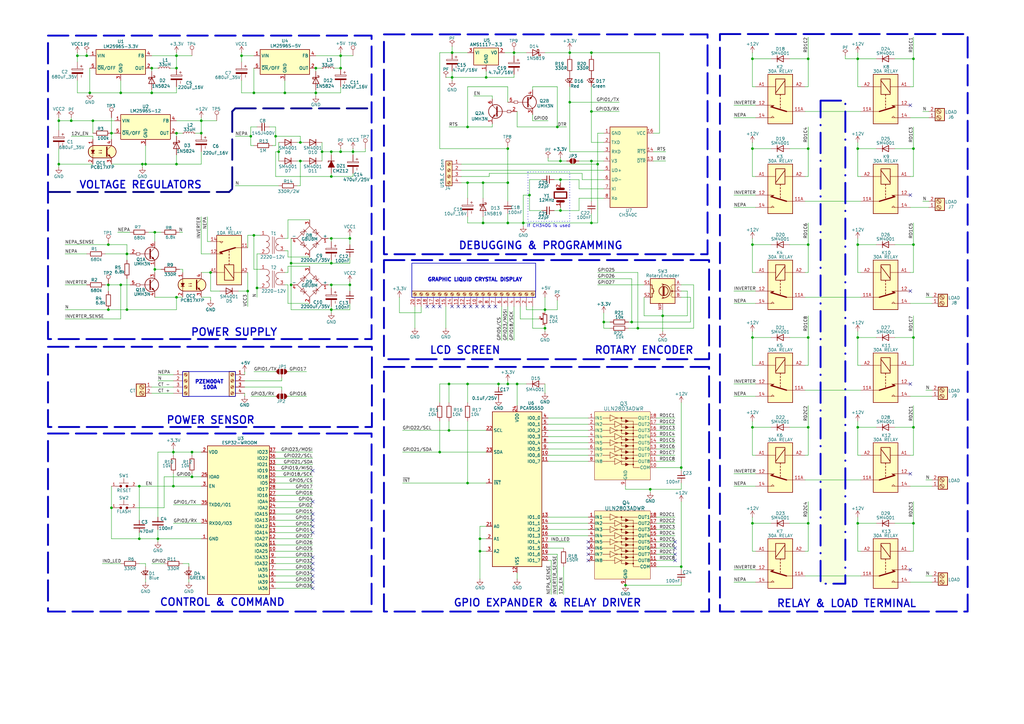
<source format=kicad_sch>
(kicad_sch (version 20250114) (generator "eeschema") (generator_version "9.0")
  (paper "A3")
  (title_block (title "SMART HOME ENERGY MANAGEMENT SYSTEM") (date "2025-10-07") (rev "v1.0") (company "JSITECH"))
  (rectangle (start 74.93 152.4) (end 96.52 162.56) (stroke (width 0.254)))
  (rectangle (start 336.55 41.275) (end 346.71 239.395) (stroke (width 0.762) (type dash_dot)) (fill (type color) (color 203 250 23 0.14)))
  (rectangle (start 157.48 150.495) (end 290.83 250.825) (stroke (width 0.762) (type dash)))
  (rectangle (start 157.48 14.097) (end 290.195 104.267) (stroke (width 0.762) (type dash)))
  (rectangle (start 295.275 13.97) (end 396.875 250.825) (stroke (width 0.762) (type dash)))
  (rectangle (start 19.685 142.24) (end 152.527 175.133) (stroke (width 0.762) (type dash)))
  (rectangle (start 19.685 177.8) (end 152.4 250.825) (stroke (width 0.762) (type dash)))
  (rectangle (start 157.48 106.68) (end 290.83 147.32) (stroke (width 0.762) (type dash)))
  (rectangle (start 19.685 14.605) (end 152.4 139.065) (stroke (width 0.762) (type dash)))
  (text "VOLTAGE REGULATORS" (at 57.658 75.946 0) (effects (font (size 3.048 3.048) (thickness 0.508) (bold yes))))
  (text "LCD SCREEN" (at 190.754 143.764 0) (effects (font (size 3.048 3.048) (thickness 0.508) (bold yes))))
  (text "ROTARY ENCODER" (at 264.16 143.764 0) (effects (font (size 3.048 3.048) (thickness 0.508) (bold yes))))
  (text "POWER SUPPLY" (at 96.012 136.398 0) (effects (font (size 3.048 3.048) (thickness 0.508) (bold yes))))
  (text "If CH340G is used" (at 225.044 92.71 0) (effects (font (size 1.27 1.27))))
  (text "DEBUGGING & PROGRAMMING" (at 221.742 100.838 0) (effects (font (size 3.048 3.048) (thickness 0.508) (bold yes))))
  (text "POWER SENSOR" (at 86.36 172.466 0) (effects (font (size 3.048 3.048) (thickness 0.508) (bold yes))))
  (text "RELAY & LOAD TERMINAL" (at 347.218 247.65 0) (effects (font (size 3.048 3.048) (thickness 0.508) (bold yes))))
  (text "CONTROL & COMMAND" (at 91.186 247.142 0) (effects (font (size 3.048 3.048) (thickness 0.508) (bold yes))))
  (text "PZEM004T" (at 85.852 156.718 0) (effects (font (size 1.5 1.5) (thickness 0.4) (bold yes))))
  (text "GRAPHIC LIQUID CRYSTAL DISPLAY" (at 194.818 114.808 0) (effects (font (size 1.5 1.5) (thickness 0.4) (bold yes))))
  (text "100A" (at 86.106 159.004 0) (effects (font (size 1.5 1.5) (thickness 0.4) (bold yes))))
  (text "GPIO EXPANDER & RELAY DRIVER" (at 224.536 247.396 0) (effects (font (size 3.048 3.048) (thickness 0.508) (bold yes))))
  (text_box "" (at 168.91 107.95 0) (size 50.8 13.97) (margins 0.9525 0.9525 0.9525 0.9525) (stroke (width 0.254)) (effects (font (size 1.27 1.27)) (justify left top)))
  (text_box "" (at 216.535 70.485 0) (size 17.145 20.32) (margins 0.9525 0.9525 0.9525 0.9525) (stroke (width 0.254) (type dot)) (effects (font (size 1.27 1.27)) (justify left top)))
  (junction (at 247.65 132.08))
  (junction (at 31.75 22.86))
  (junction (at 72.39 22.86))
  (junction (at 374.65 175.26))
  (junction (at 86.36 111.76))
  (junction (at 191.77 74.93))
  (junction (at 233.68 21.59))
  (junction (at 101.6 119.38))
  (junction (at 351.79 24.13))
  (junction (at 72.39 27.94))
  (junction (at 229.87 73.66))
  (junction (at 351.79 138.43))
  (junction (at 135.89 72.39))
  (junction (at 44.45 100.33))
  (junction (at 229.87 86.36))
  (junction (at 62.23 38.1))
  (junction (at 208.28 74.93))
  (junction (at 191.77 198.12))
  (junction (at 196.85 226.06))
  (junction (at 113.03 55.88))
  (junction (at 271.78 129.54))
  (junction (at 36.83 38.1))
  (junction (at 208.28 60.96))
  (junction (at 223.52 127))
  (junction (at 208.28 157.48))
  (junction (at 59.69 67.31))
  (junction (at 144.78 62.23))
  (junction (at 351.79 60.96))
  (junction (at 71.12 185.42))
  (junction (at 52.07 127))
  (junction (at 199.39 31.75))
  (junction (at 135.89 97.79))
  (junction (at 143.51 97.79))
  (junction (at 242.57 91.44))
  (junction (at 72.39 54.61))
  (junction (at 135.89 107.95))
  (junction (at 191.77 52.07))
  (junction (at 308.61 60.96))
  (junction (at 279.4 191.77))
  (junction (at 229.87 66.04))
  (junction (at 49.53 116.84))
  (junction (at 242.57 21.59))
  (junction (at 119.38 116.84))
  (junction (at 374.65 214.63))
  (junction (at 331.47 138.43))
  (junction (at 266.7 200.66))
  (junction (at 331.47 175.26))
  (junction (at 308.61 214.63))
  (junction (at 331.47 60.96))
  (junction (at 72.39 121.92))
  (junction (at 228.6 52.07))
  (junction (at 217.17 80.01))
  (junction (at 308.61 24.13))
  (junction (at 308.61 138.43))
  (junction (at 223.52 134.62))
  (junction (at 180.34 185.42))
  (junction (at 82.55 49.53))
  (junction (at 191.77 157.48))
  (junction (at 139.7 27.94))
  (junction (at 210.82 21.59))
  (junction (at 135.89 116.84))
  (junction (at 129.54 27.94))
  (junction (at 242.57 66.04))
  (junction (at 24.13 49.53))
  (junction (at 99.06 22.86))
  (junction (at 308.61 100.33))
  (junction (at 52.07 104.14))
  (junction (at 212.09 157.48))
  (junction (at 132.08 62.23))
  (junction (at 123.19 66.04))
  (junction (at 184.15 176.53))
  (junction (at 24.13 67.31))
  (junction (at 185.42 21.59))
  (junction (at 129.54 38.1))
  (junction (at 374.65 24.13))
  (junction (at 233.68 41.91))
  (junction (at 256.54 240.03))
  (junction (at 58.42 67.31))
  (junction (at 78.74 195.58))
  (junction (at 104.14 96.52))
  (junction (at 374.65 138.43))
  (junction (at 116.84 38.1))
  (junction (at 135.89 62.23))
  (junction (at 351.79 175.26))
  (junction (at 35.56 22.86))
  (junction (at 308.61 175.26))
  (junction (at 71.12 199.39))
  (junction (at 29.21 49.53))
  (junction (at 204.47 157.48))
  (junction (at 135.89 127))
  (junction (at 63.5 110.49))
  (junction (at 259.08 132.08))
  (junction (at 185.42 31.75))
  (junction (at 242.57 45.72))
  (junction (at 245.11 67.31))
  (junction (at 102.87 55.88))
  (junction (at 44.45 127))
  (junction (at 198.12 91.44))
  (junction (at 331.47 214.63))
  (junction (at 82.55 54.61))
  (junction (at 64.77 220.98))
  (junction (at 114.3 62.23))
  (junction (at 208.28 91.44))
  (junction (at 351.79 214.63))
  (junction (at 331.47 100.33))
  (junction (at 57.15 199.39))
  (junction (at 351.79 100.33))
  (junction (at 105.41 118.11))
  (junction (at 214.63 91.44))
  (junction (at 49.53 38.1))
  (junction (at 184.15 157.48))
  (junction (at 331.47 24.13))
  (junction (at 139.7 62.23))
  (junction (at 123.19 58.42))
  (junction (at 57.15 220.98))
  (junction (at 38.1 49.53))
  (junction (at 374.65 60.96))
  (junction (at 119.38 107.95))
  (junction (at 261.62 134.62))
  (junction (at 196.85 220.98))
  (junction (at 198.12 74.93))
  (junction (at 62.23 27.94))
  (junction (at 139.7 22.86))
  (junction (at 72.39 67.31))
  (junction (at 78.74 185.42))
  (junction (at 143.51 116.84))
  (junction (at 374.65 100.33))
  (junction (at 45.72 54.61))
  (junction (at 44.45 116.84))
  (junction (at 45.72 208.28))
  (junction (at 279.4 232.41))
  (junction (at 104.14 38.1))
  (junction (at 63.5 95.25))
  (no_connect (at 180.34 125.73))
  (no_connect (at 128.27 213.36))
  (no_connect (at 373.38 80.01))
  (no_connect (at 128.27 236.22))
  (no_connect (at 175.26 125.73))
  (no_connect (at 373.38 119.38))
  (no_connect (at 200.66 125.73))
  (no_connect (at 190.5 125.73))
  (no_connect (at 128.27 228.6))
  (no_connect (at 128.27 215.9))
  (no_connect (at 373.38 157.48))
  (no_connect (at 187.96 125.73))
  (no_connect (at 128.27 238.76))
  (no_connect (at 128.27 231.14))
  (no_connect (at 373.38 43.18))
  (no_connect (at 193.04 125.73))
  (no_connect (at 276.86 229.87))
  (no_connect (at 276.86 224.79))
  (no_connect (at 128.27 193.04))
  (no_connect (at 241.3 227.33))
  (no_connect (at 177.8 125.73))
  (no_connect (at 185.42 125.73))
  (no_connect (at 128.27 233.68))
  (no_connect (at 241.3 229.87))
  (no_connect (at 195.58 125.73))
  (no_connect (at 203.2 125.73))
  (no_connect (at 241.3 222.25))
  (no_connect (at 276.86 227.33))
  (no_connect (at 128.27 205.74))
  (no_connect (at 276.86 222.25))
  (no_connect (at 128.27 241.3))
  (no_connect (at 128.27 218.44))
  (no_connect (at 373.38 194.31))
  (no_connect (at 128.27 210.82))
  (no_connect (at 198.12 125.73))
  (no_connect (at 373.38 233.68))
  (no_connect (at 241.3 224.79))
  (wire (pts (xy 215.9 127) (xy 223.52 127)))
  (wire (pts (xy 279.4 198.12) (xy 279.4 200.66)))
  (wire (pts (xy 351.79 214.63) (xy 359.41 214.63)))
  (wire (pts (xy 144.78 62.23) (xy 149.86 62.23)))
  (wire (pts (xy 57.15 218.44) (xy 57.15 220.98)))
  (wire (pts (xy 233.68 35.56) (xy 233.68 41.91)))
  (wire (pts (xy 237.49 77.47) (xy 247.65 77.47)))
  (wire (pts (xy 46.99 54.61) (xy 45.72 54.61)))
  (wire (pts (xy 113.03 62.23) (xy 113.03 72.39)))
  (wire (pts (xy 29.21 55.88) (xy 38.1 55.88)))
  (wire (pts (xy 367.03 175.26) (xy 374.65 175.26)))
  (wire (pts (xy 224.79 219.71) (xy 241.3 219.71)))
  (wire (pts (xy 113.03 55.88) (xy 113.03 59.69)))
  (wire (pts (xy 113.03 226.06) (xy 128.27 226.06)))
  (wire (pts (xy 116.84 97.79) (xy 118.11 97.79)))
  (wire (pts (xy 228.6 52.07) (xy 232.41 52.07)))
  (wire (pts (xy 330.2 196.85) (xy 353.06 196.85)))
  (wire (pts (xy 331.47 100.33) (xy 331.47 111.76)))
  (wire (pts (xy 224.79 179.07) (xy 241.3 179.07)))
  (wire (pts (xy 110.49 52.07) (xy 113.03 52.07)))
  (wire (pts (xy 29.21 48.26) (xy 29.21 49.53)))
  (wire (pts (xy 351.79 175.26) (xy 351.79 186.69)))
  (wire (pts (xy 214.63 92.71) (xy 214.63 91.44)))
  (wire (pts (xy 113.03 52.07) (xy 113.03 55.88)))
  (wire (pts (xy 351.79 60.96) (xy 359.41 60.96)))
  (wire (pts (xy 143.51 115.57) (xy 143.51 116.84)))
  (wire (pts (xy 330.2 149.86) (xy 331.47 149.86)))
  (wire (pts (xy 102.87 59.69) (xy 104.14 59.69)))
  (wire (pts (xy 217.17 80.01) (xy 217.17 86.36)))
  (wire (pts (xy 113.03 55.88) (xy 123.19 55.88)))
  (wire (pts (xy 227.33 86.36) (xy 229.87 86.36)))
  (wire (pts (xy 330.2 226.06) (xy 331.47 226.06)))
  (wire (pts (xy 113.03 208.28) (xy 128.27 208.28)))
  (wire (pts (xy 191.77 74.93) (xy 198.12 74.93)))
  (wire (pts (xy 71.12 184.15) (xy 71.12 185.42)))
  (wire (pts (xy 283.21 132.08) (xy 283.21 121.92)))
  (wire (pts (xy 247.65 134.62) (xy 250.19 134.62)))
  (wire (pts (xy 72.39 49.53) (xy 82.55 49.53)))
  (wire (pts (xy 284.48 116.84) (xy 284.48 134.62)))
  (wire (pts (xy 379.73 196.85) (xy 382.27 196.85)))
  (wire (pts (xy 351.79 186.69) (xy 353.06 186.69)))
  (wire (pts (xy 45.72 67.31) (xy 58.42 67.31)))
  (wire (pts (xy 113.03 198.12) (xy 128.27 198.12)))
  (wire (pts (xy 267.97 54.61) (xy 270.51 54.61)))
  (wire (pts (xy 351.79 58.42) (xy 351.79 60.96)))
  (wire (pts (xy 228.6 123.19) (xy 228.6 127)))
  (wire (pts (xy 242.57 87.63) (xy 242.57 91.44)))
  (wire (pts (xy 300.99 119.38) (xy 309.88 119.38)))
  (wire (pts (xy 180.34 60.96) (xy 208.28 60.96)))
  (wire (pts (xy 185.42 29.21) (xy 185.42 31.75)))
  (wire (pts (xy 281.94 119.38) (xy 281.94 129.54)))
  (wire (pts (xy 49.53 116.84) (xy 53.34 116.84)))
  (wire (pts (xy 31.75 33.02) (xy 31.75 38.1)))
  (wire (pts (xy 308.61 24.13) (xy 316.23 24.13)))
  (wire (pts (xy 72.39 63.5) (xy 72.39 67.31)))
  (wire (pts (xy 330.2 72.39) (xy 331.47 72.39)))
  (wire (pts (xy 308.61 226.06) (xy 309.88 226.06)))
  (wire (pts (xy 224.79 229.87) (xy 226.06 229.87)))
  (wire (pts (xy 212.09 157.48) (xy 215.9 157.48)))
  (wire (pts (xy 31.75 22.86) (xy 31.75 25.4)))
  (wire (pts (xy 184.15 172.72) (xy 184.15 176.53)))
  (wire (pts (xy 198.12 74.93) (xy 208.28 74.93)))
  (wire (pts (xy 144.78 60.96) (xy 144.78 62.23)))
  (wire (pts (xy 196.85 226.06) (xy 196.85 237.49)))
  (wire (pts (xy 62.23 38.1) (xy 62.23 36.83)))
  (wire (pts (xy 212.09 234.95) (xy 212.09 237.49)))
  (wire (pts (xy 210.82 21.59) (xy 215.9 21.59)))
  (wire (pts (xy 215.9 125.73) (xy 215.9 127)))
  (wire (pts (xy 223.52 121.92) (xy 223.52 127)))
  (wire (pts (xy 100.33 161.29) (xy 100.33 162.56)))
  (wire (pts (xy 242.57 45.72) (xy 254 45.72)))
  (wire (pts (xy 242.57 21.59) (xy 242.57 22.86)))
  (wire (pts (xy 269.24 222.25) (xy 276.86 222.25)))
  (wire (pts (xy 135.89 106.68) (xy 135.89 107.95)))
  (wire (pts (xy 62.23 161.29) (xy 71.12 161.29)))
  (wire (pts (xy 113.03 233.68) (xy 128.27 233.68)))
  (wire (pts (xy 269.24 176.53) (xy 276.86 176.53)))
  (wire (pts (xy 308.61 138.43) (xy 316.23 138.43)))
  (wire (pts (xy 308.61 111.76) (xy 309.88 111.76)))
  (wire (pts (xy 279.4 191.77) (xy 279.4 193.04)))
  (wire (pts (xy 242.57 91.44) (xy 245.11 91.44)))
  (wire (pts (xy 367.03 24.13) (xy 374.65 24.13)))
  (wire (pts (xy 104.14 96.52) (xy 104.14 110.49)))
  (wire (pts (xy 82.55 104.14) (xy 86.36 104.14)))
  (wire (pts (xy 373.38 226.06) (xy 374.65 226.06)))
  (wire (pts (xy 119.38 107.95) (xy 135.89 107.95)))
  (wire (pts (xy 242.57 45.72) (xy 242.57 58.42)))
  (wire (pts (xy 218.44 125.73) (xy 218.44 134.62)))
  (wire (pts (xy 229.87 73.66) (xy 229.87 74.93)))
  (wire (pts (xy 44.45 116.84) (xy 49.53 116.84)))
  (wire (pts (xy 114.3 58.42) (xy 114.3 62.23)))
  (wire (pts (xy 261.62 134.62) (xy 284.48 134.62)))
  (wire (pts (xy 199.39 31.75) (xy 210.82 31.75)))
  (wire (pts (xy 144.78 71.12) (xy 144.78 72.39)))
  (wire (pts (xy 129.54 38.1) (xy 129.54 36.83)))
  (wire (pts (xy 99.06 38.1) (xy 104.14 38.1)))
  (wire (pts (xy 373.38 124.46) (xy 382.27 124.46)))
  (wire (pts (xy 374.65 100.33) (xy 374.65 111.76)))
  (wire (pts (xy 82.55 49.53) (xy 82.55 54.61)))
  (wire (pts (xy 330.2 160.02) (xy 353.06 160.02)))
  (wire (pts (xy 373.38 85.09) (xy 381 85.09)))
  (wire (pts (xy 212.09 52.07) (xy 228.6 52.07)))
  (wire (pts (xy 72.39 22.86) (xy 72.39 27.94)))
  (wire (pts (xy 233.68 21.59) (xy 242.57 21.59)))
  (wire (pts (xy 69.85 27.94) (xy 72.39 27.94)))
  (wire (pts (xy 38.1 49.53) (xy 46.99 49.53)))
  (wire (pts (xy 113.03 210.82) (xy 128.27 210.82)))
  (wire (pts (xy 256.54 240.03) (xy 279.4 240.03)))
  (wire (pts (xy 64.77 185.42) (xy 71.12 185.42)))
  (wire (pts (xy 229.87 66.04) (xy 232.41 66.04)))
  (wire (pts (xy 198.12 88.9) (xy 198.12 91.44)))
  (wire (pts (xy 105.41 118.11) (xy 105.41 121.92)))
  (wire (pts (xy 24.13 48.26) (xy 24.13 49.53)))
  (wire (pts (xy 185.42 21.59) (xy 191.77 21.59)))
  (wire (pts (xy 218.44 46.99) (xy 218.44 49.53)))
  (wire (pts (xy 191.77 88.9) (xy 191.77 91.44)))
  (wire (pts (xy 224.79 176.53) (xy 241.3 176.53)))
  (wire (pts (xy 184.15 52.07) (xy 191.77 52.07)))
  (wire (pts (xy 119.38 107.95) (xy 119.38 116.84)))
  (wire (pts (xy 323.85 24.13) (xy 331.47 24.13)))
  (wire (pts (xy 101.6 96.52) (xy 104.14 96.52)))
  (wire (pts (xy 269.24 179.07) (xy 276.86 179.07)))
  (wire (pts (xy 196.85 215.9) (xy 196.85 220.98)))
  (wire (pts (xy 196.85 226.06) (xy 199.39 226.06)))
  (wire (pts (xy 204.47 157.48) (xy 204.47 158.75)))
  (wire (pts (xy 113.03 241.3) (xy 128.27 241.3)))
  (wire (pts (xy 71.12 185.42) (xy 71.12 186.69)))
  (wire (pts (xy 102.87 162.56) (xy 113.03 162.56)))
  (wire (pts (xy 82.55 111.76) (xy 86.36 111.76)))
  (wire (pts (xy 351.79 135.89) (xy 351.79 138.43)))
  (wire (pts (xy 308.61 58.42) (xy 308.61 60.96)))
  (wire (pts (xy 229.87 73.66) (xy 237.49 73.66)))
  (wire (pts (xy 308.61 149.86) (xy 309.88 149.86)))
  (wire (pts (xy 308.61 138.43) (xy 308.61 149.86)))
  (wire (pts (xy 72.39 22.86) (xy 78.74 22.86)))
  (wire (pts (xy 104.14 110.49) (xy 106.68 110.49)))
  (wire (pts (xy 208.28 157.48) (xy 212.09 157.48)))
  (bus (pts (xy 96.52 44.45) (xy 152.4 44.45)) (stroke (width 0.762) (type dash)))
  (wire (pts (xy 116.84 102.87) (xy 118.11 102.87)))
  (wire (pts (xy 266.7 200.66) (xy 266.7 201.93)))
  (wire (pts (xy 129.54 27.94) (xy 129.54 29.21)))
  (wire (pts (xy 45.72 220.98) (xy 57.15 220.98)))
  (wire (pts (xy 217.17 73.66) (xy 222.25 73.66)))
  (wire (pts (xy 308.61 100.33) (xy 308.61 111.76)))
  (wire (pts (xy 279.4 232.41) (xy 279.4 233.68)))
  (wire (pts (xy 58.42 67.31) (xy 58.42 68.58)))
  (wire (pts (xy 100.33 156.21) (xy 115.57 156.21)))
  (wire (pts (xy 77.47 237.49) (xy 77.47 238.76)))
  (wire (pts (xy 308.61 35.56) (xy 309.88 35.56)))
  (wire (pts (xy 224.79 181.61) (xy 241.3 181.61)))
  (wire (pts (xy 271.78 127) (xy 271.78 129.54)))
  (wire (pts (xy 135.89 62.23) (xy 139.7 62.23)))
  (wire (pts (xy 135.89 72.39) (xy 144.78 72.39)))
  (wire (pts (xy 283.21 121.92) (xy 279.4 121.92)))
  (wire (pts (xy 351.79 212.09) (xy 351.79 214.63)))
  (wire (pts (xy 139.7 62.23) (xy 144.78 62.23)))
  (wire (pts (xy 279.4 165.1) (xy 279.4 191.77)))
  (wire (pts (xy 143.51 116.84) (xy 143.51 119.38)))
  (wire (pts (xy 300.99 124.46) (xy 309.88 124.46)))
  (wire (pts (xy 26.67 130.81) (xy 49.53 130.81)))
  (wire (pts (xy 351.79 35.56) (xy 353.06 35.56)))
  (wire (pts (xy 256.54 199.39) (xy 256.54 200.66)))
  (wire (pts (xy 214.63 80.01) (xy 217.17 80.01)))
  (wire (pts (xy 123.19 58.42) (xy 124.46 58.42)))
  (wire (pts (xy 245.11 54.61) (xy 245.11 67.31)))
  (wire (pts (xy 323.85 175.26) (xy 331.47 175.26)))
  (wire (pts (xy 29.21 49.53) (xy 38.1 49.53)))
  (bus (pts (xy 93.98 78.74) (xy 95.25 77.47)) (stroke (width 0.762) (type dash)))
  (wire (pts (xy 185.42 31.75) (xy 185.42 33.02)))
  (wire (pts (xy 113.03 72.39) (xy 135.89 72.39)))
  (wire (pts (xy 330.2 121.92) (xy 353.06 121.92)))
  (wire (pts (xy 104.14 38.1) (xy 116.84 38.1)))
  (wire (pts (xy 212.09 45.72) (xy 212.09 52.07)))
  (wire (pts (xy 135.89 97.79) (xy 143.51 97.79)))
  (wire (pts (xy 113.03 59.69) (xy 111.76 59.69)))
  (wire (pts (xy 374.65 60.96) (xy 374.65 72.39)))
  (wire (pts (xy 233.68 62.23) (xy 247.65 62.23)))
  (wire (pts (xy 213.36 125.73) (xy 213.36 130.81)))
  (wire (pts (xy 208.28 125.73) (xy 208.28 139.7)))
  (wire (pts (xy 191.77 172.72) (xy 191.77 198.12)))
  (wire (pts (xy 264.16 121.92) (xy 264.16 129.54)))
  (wire (pts (xy 196.85 215.9) (xy 199.39 215.9)))
  (wire (pts (xy 36.83 27.94) (xy 36.83 38.1)))
  (wire (pts (xy 134.62 97.79) (xy 135.89 97.79)))
  (wire (pts (xy 52.07 104.14) (xy 52.07 106.68)))
  (wire (pts (xy 351.79 100.33) (xy 359.41 100.33)))
  (wire (pts (xy 165.1 176.53) (xy 184.15 176.53)))
  (wire (pts (xy 330.2 186.69) (xy 331.47 186.69)))
  (wire (pts (xy 85.09 99.06) (xy 86.36 99.06)))
  (wire (pts (xy 331.47 138.43) (xy 331.47 149.86)))
  (wire (pts (xy 373.38 186.69) (xy 374.65 186.69)))
  (wire (pts (xy 217.17 73.66) (xy 217.17 80.01)))
  (wire (pts (xy 379.73 236.22) (xy 382.27 236.22)))
  (wire (pts (xy 300.99 48.26) (xy 309.88 48.26)))
  (wire (pts (xy 64.77 153.67) (xy 71.12 153.67)))
  (wire (pts (xy 43.18 116.84) (xy 44.45 116.84)))
  (wire (pts (xy 242.57 21.59) (xy 270.51 21.59)))
  (wire (pts (xy 213.36 130.81) (xy 220.98 130.81)))
  (wire (pts (xy 189.23 67.31) (xy 245.11 67.31)))
  (wire (pts (xy 323.85 60.96) (xy 331.47 60.96)))
  (wire (pts (xy 163.83 128.27) (xy 172.72 128.27)))
  (wire (pts (xy 64.77 220.98) (xy 64.77 222.25)))
  (wire (pts (xy 191.77 157.48) (xy 191.77 165.1)))
  (wire (pts (xy 135.89 62.23) (xy 135.89 63.5)))
  (wire (pts (xy 233.68 21.59) (xy 233.68 22.86)))
  (wire (pts (xy 36.83 38.1) (xy 49.53 38.1)))
  (wire (pts (xy 367.03 60.96) (xy 374.65 60.96)))
  (wire (pts (xy 129.54 38.1) (xy 139.7 38.1)))
  (wire (pts (xy 189.23 69.85) (xy 247.65 69.85)))
  (wire (pts (xy 129.54 22.86) (xy 139.7 22.86)))
  (wire (pts (xy 279.4 205.74) (xy 279.4 232.41)))
  (wire (pts (xy 118.11 90.17) (xy 127 90.17)))
  (wire (pts (xy 210.82 21.59) (xy 210.82 22.86)))
  (wire (pts (xy 96.52 76.2) (xy 114.3 76.2)))
  (wire (pts (xy 35.56 21.59) (xy 35.56 22.86)))
  (wire (pts (xy 373.38 48.26) (xy 381 48.26)))
  (wire (pts (xy 331.47 205.74) (xy 331.47 214.63)))
  (wire (pts (xy 269.24 189.23) (xy 276.86 189.23)))
  (wire (pts (xy 123.19 55.88) (xy 123.19 58.42)))
  (wire (pts (xy 44.45 127) (xy 52.07 127)))
  (wire (pts (xy 224.79 189.23) (xy 241.3 189.23)))
  (wire (pts (xy 129.54 38.1) (xy 129.54 39.37)))
  (wire (pts (xy 374.65 24.13) (xy 374.65 35.56)))
  (wire (pts (xy 113.03 205.74) (xy 128.27 205.74)))
  (wire (pts (xy 330.2 236.22) (xy 353.06 236.22)))
  (wire (pts (xy 102.87 55.88) (xy 102.87 59.69)))
  (wire (pts (xy 373.38 162.56) (xy 382.27 162.56)))
  (wire (pts (xy 118.11 124.46) (xy 127 124.46)))
  (wire (pts (xy 351.79 172.72) (xy 351.79 175.26)))
  (wire (pts (xy 139.7 60.96) (xy 139.7 62.23)))
  (wire (pts (xy 245.11 111.76) (xy 261.62 111.76)))
  (wire (pts (xy 139.7 21.59) (xy 139.7 22.86)))
  (wire (pts (xy 86.36 111.76) (xy 86.36 119.38)))
  (wire (pts (xy 73.66 95.25) (xy 74.93 95.25)))
  (wire (pts (xy 71.12 194.31) (xy 71.12 199.39)))
  (wire (pts (xy 224.79 212.09) (xy 241.3 212.09)))
  (wire (pts (xy 74.93 231.14) (xy 77.47 231.14)))
  (wire (pts (xy 104.14 96.52) (xy 106.68 96.52)))
  (wire (pts (xy 121.92 66.04) (xy 123.19 66.04)))
  (wire (pts (xy 331.47 52.07) (xy 331.47 60.96)))
  (wire (pts (xy 184.15 176.53) (xy 199.39 176.53)))
  (wire (pts (xy 238.76 71.12) (xy 238.76 73.66)))
  (wire (pts (xy 237.49 81.28) (xy 247.65 81.28)))
  (wire (pts (xy 198.12 74.93) (xy 198.12 81.28)))
  (wire (pts (xy 191.77 157.48) (xy 204.47 157.48)))
  (wire (pts (xy 279.4 119.38) (xy 281.94 119.38)))
  (wire (pts (xy 223.52 127) (xy 228.6 127)))
  (wire (pts (xy 223.52 134.62) (xy 223.52 135.89)))
  (wire (pts (xy 210.82 30.48) (xy 210.82 31.75)))
  (wire (pts (xy 224.79 227.33) (xy 228.6 227.33)))
  (wire (pts (xy 226.06 229.87) (xy 226.06 243.84)))
  (wire (pts (xy 191.77 91.44) (xy 198.12 91.44)))
  (wire (pts (xy 247.65 128.27) (xy 247.65 132.08)))
  (wire (pts (xy 201.93 39.37) (xy 201.93 40.64)))
  (wire (pts (xy 237.49 81.28) (xy 237.49 86.36)))
  (wire (pts (xy 105.41 104.14) (xy 105.41 118.11)))
  (wire (pts (xy 300.99 85.09) (xy 309.88 85.09)))
  (wire (pts (xy 308.61 175.26) (xy 316.23 175.26)))
  (wire (pts (xy 114.3 62.23) (xy 114.3 66.04)))
  (wire (pts (xy 165.1 198.12) (xy 191.77 198.12)))
  (wire (pts (xy 300.99 80.01) (xy 309.88 80.01)))
  (wire (pts (xy 269.24 232.41) (xy 279.4 232.41)))
  (wire (pts (xy 137.16 27.94) (xy 139.7 27.94)))
  (wire (pts (xy 346.71 24.13) (xy 351.79 24.13)))
  (wire (pts (xy 185.42 31.75) (xy 199.39 31.75)))
  (wire (pts (xy 346.71 22.86) (xy 346.71 24.13)))
  (wire (pts (xy 270.51 21.59) (xy 270.51 54.61)))
  (wire (pts (xy 198.12 91.44) (xy 208.28 91.44)))
  (wire (pts (xy 113.03 236.22) (xy 128.27 236.22)))
  (wire (pts (xy 308.61 24.13) (xy 308.61 35.56)))
  (wire (pts (xy 223.52 21.59) (xy 233.68 21.59)))
  (wire (pts (xy 331.47 15.24) (xy 331.47 24.13)))
  (wire (pts (xy 331.47 129.54) (xy 331.47 138.43)))
  (wire (pts (xy 378.46 45.72) (xy 381 45.72)))
  (wire (pts (xy 118.11 90.17) (xy 118.11 97.79)))
  (wire (pts (xy 49.53 116.84) (xy 49.53 130.81)))
  (wire (pts (xy 63.5 121.92) (xy 72.39 121.92)))
  (wire (pts (xy 351.79 138.43) (xy 359.41 138.43)))
  (wire (pts (xy 100.33 158.75) (xy 115.57 158.75)))
  (wire (pts (xy 229.87 64.77) (xy 229.87 66.04)))
  (wire (pts (xy 378.46 82.55) (xy 381 82.55)))
  (wire (pts (xy 139.7 22.86) (xy 139.7 27.94)))
  (wire (pts (xy 57.15 199.39) (xy 71.12 199.39)))
  (wire (pts (xy 121.92 76.2) (xy 123.19 76.2)))
  (wire (pts (xy 113.03 238.76) (xy 128.27 238.76)))
  (wire (pts (xy 374.65 138.43) (xy 374.65 149.86)))
  (wire (pts (xy 374.65 91.44) (xy 374.65 100.33)))
  (wire (pts (xy 208.28 74.93) (xy 208.28 82.55)))
  (wire (pts (xy 227.33 73.66) (xy 229.87 73.66)))
  (wire (pts (xy 101.6 111.76) (xy 101.6 119.38)))
  (wire (pts (xy 86.36 119.38) (xy 90.17 119.38)))
  (wire (pts (xy 279.4 116.84) (xy 284.48 116.84)))
  (wire (pts (xy 229.87 86.36) (xy 237.49 86.36)))
  (wire (pts (xy 201.93 50.8) (xy 201.93 52.07)))
  (wire (pts (xy 67.31 195.58) (xy 67.31 208.28)))
  (wire (pts (xy 224.79 224.79) (xy 231.14 224.79)))
  (wire (pts (xy 135.89 127) (xy 135.89 128.27)))
  (wire (pts (xy 99.06 33.02) (xy 99.06 38.1)))
  (wire (pts (xy 308.61 135.89) (xy 308.61 138.43)))
  (wire (pts (xy 52.07 127) (xy 72.39 127)))
  (wire (pts (xy 143.51 96.52) (xy 143.51 97.79)))
  (wire (pts (xy 59.69 67.31) (xy 72.39 67.31)))
  (wire (pts (xy 374.65 205.74) (xy 374.65 214.63)))
  (wire (pts (xy 223.52 133.35) (xy 223.52 134.62)))
  (wire (pts (xy 351.79 226.06) (xy 353.06 226.06)))
  (wire (pts (xy 118.11 116.84) (xy 118.11 124.46)))
  (wire (pts (xy 217.17 86.36) (xy 222.25 86.36)))
  (wire (pts (xy 113.03 213.36) (xy 128.27 213.36)))
  (wire (pts (xy 224.79 214.63) (xy 241.3 214.63)))
  (wire (pts (xy 208.28 60.96) (xy 208.28 74.93)))
  (wire (pts (xy 45.72 48.26) (xy 45.72 54.61)))
  (wire (pts (xy 101.6 96.52) (xy 101.6 101.6)))
  (wire (pts (xy 113.03 218.44) (xy 128.27 218.44)))
  (wire (pts (xy 43.18 104.14) (xy 52.07 104.14)))
  (wire (pts (xy 269.24 171.45) (xy 276.86 171.45)))
  (wire (pts (xy 182.88 31.75) (xy 185.42 31.75)))
  (wire (pts (xy 113.03 195.58) (xy 128.27 195.58)))
  (wire (pts (xy 373.38 199.39) (xy 382.27 199.39)))
  (wire (pts (xy 323.85 138.43) (xy 331.47 138.43)))
  (wire (pts (xy 191.77 198.12) (xy 199.39 198.12)))
  (wire (pts (xy 119.38 127) (xy 135.89 127)))
  (wire (pts (xy 184.15 157.48) (xy 184.15 165.1)))
  (wire (pts (xy 116.84 33.02) (xy 116.84 38.1)))
  (wire (pts (xy 55.88 208.28) (xy 67.31 208.28)))
  (wire (pts (xy 102.87 52.07) (xy 102.87 55.88)))
  (wire (pts (xy 374.65 166.37) (xy 374.65 175.26)))
  (wire (pts (xy 228.6 35.56) (xy 228.6 52.07)))
  (wire (pts (xy 257.81 134.62) (xy 261.62 134.62)))
  (wire (pts (xy 269.24 224.79) (xy 276.86 224.79)))
  (bus (pts (xy 95.25 45.72) (xy 96.52 44.45)) (stroke (width 0.762) (type dash)))
  (wire (pts (xy 259.08 114.3) (xy 259.08 132.08)))
  (wire (pts (xy 72.39 121.92) (xy 72.39 127)))
  (wire (pts (xy 62.23 231.14) (xy 67.31 231.14)))
  (wire (pts (xy 165.1 185.42) (xy 180.34 185.42)))
  (wire (pts (xy 224.79 64.77) (xy 224.79 66.04)))
  (wire (pts (xy 242.57 66.04) (xy 247.65 66.04)))
  (wire (pts (xy 113.03 193.04) (xy 128.27 193.04)))
  (wire (pts (xy 72.39 54.61) (xy 72.39 55.88)))
  (wire (pts (xy 26.67 100.33) (xy 44.45 100.33)))
  (wire (pts (xy 233.68 41.91) (xy 254 41.91)))
  (wire (pts (xy 26.67 116.84) (xy 35.56 116.84)))
  (wire (pts (xy 99.06 21.59) (xy 99.06 22.86)))
  (wire (pts (xy 180.34 172.72) (xy 180.34 185.42)))
  (wire (pts (xy 308.61 21.59) (xy 308.61 24.13)))
  (wire (pts (xy 224.79 186.69) (xy 241.3 186.69)))
  (wire (pts (xy 224.79 173.99) (xy 241.3 173.99)))
  (wire (pts (xy 134.62 116.84) (xy 135.89 116.84)))
  (wire (pts (xy 105.41 104.14) (xy 106.68 104.14)))
  (wire (pts (xy 123.19 66.04) (xy 123.19 76.2)))
  (wire (pts (xy 330.2 82.55) (xy 353.06 82.55)))
  (wire (pts (xy 105.41 118.11) (xy 106.68 118.11)))
  (wire (pts (xy 71.12 199.39) (xy 82.55 199.39)))
  (wire (pts (xy 31.75 21.59) (xy 31.75 22.86)))
  (wire (pts (xy 208.28 91.44) (xy 214.63 91.44)))
  (wire (pts (xy 351.79 111.76) (xy 353.06 111.76)))
  (wire (pts (xy 44.45 116.84) (xy 44.45 119.38)))
  (wire (pts (xy 63.5 110.49) (xy 63.5 111.76)))
  (wire (pts (xy 330.2 111.76) (xy 331.47 111.76)))
  (wire (pts (xy 132.08 58.42) (xy 132.08 62.23)))
  (wire (pts (xy 331.47 166.37) (xy 331.47 175.26)))
  (wire (pts (xy 113.03 200.66) (xy 128.27 200.66)))
  (wire (pts (xy 257.81 132.08) (xy 259.08 132.08)))
  (wire (pts (xy 367.03 100.33) (xy 374.65 100.33)))
  (wire (pts (xy 48.26 95.25) (xy 53.34 95.25)))
  (wire (pts (xy 86.36 121.92) (xy 86.36 123.19)))
  (wire (pts (xy 300.99 194.31) (xy 309.88 194.31)))
  (wire (pts (xy 373.38 238.76) (xy 382.27 238.76)))
  (wire (pts (xy 82.55 88.9) (xy 82.55 104.14)))
  (wire (pts (xy 224.79 171.45) (xy 241.3 171.45)))
  (wire (pts (xy 351.79 24.13) (xy 351.79 35.56)))
  (wire (pts (xy 351.79 24.13) (xy 359.41 24.13)))
  (wire (pts (xy 271.78 129.54) (xy 271.78 135.89)))
  (wire (pts (xy 64.77 220.98) (xy 82.55 220.98)))
  (wire (pts (xy 351.79 175.26) (xy 359.41 175.26)))
  (wire (pts (xy 242.57 35.56) (xy 242.57 45.72)))
  (wire (pts (xy 214.63 91.44) (xy 242.57 91.44)))
  (wire (pts (xy 269.24 212.09) (xy 276.86 212.09)))
  (wire (pts (xy 308.61 97.79) (xy 308.61 100.33)))
  (wire (pts (xy 180.34 157.48) (xy 180.34 165.1)))
  (wire (pts (xy 118.11 109.22) (xy 118.11 111.76)))
  (wire (pts (xy 330.2 35.56) (xy 331.47 35.56)))
  (wire (pts (xy 208.28 156.21) (xy 208.28 157.48)))
  (wire (pts (xy 200.66 71.12) (xy 200.66 72.39)))
  (wire (pts (xy 163.83 121.92) (xy 163.83 128.27)))
  (wire (pts (xy 269.24 181.61) (xy 276.86 181.61)))
  (wire (pts (xy 379.73 121.92) (xy 382.27 121.92)))
  (wire (pts (xy 123.19 66.04) (xy 124.46 66.04)))
  (wire (pts (xy 144.78 62.23) (xy 144.78 63.5)))
  (wire (pts (xy 60.96 95.25) (xy 63.5 95.25)))
  (wire (pts (xy 132.08 62.23) (xy 135.89 62.23)))
  (wire (pts (xy 323.85 100.33) (xy 331.47 100.33)))
  (wire (pts (xy 351.79 100.33) (xy 351.79 111.76)))
  (wire (pts (xy 118.11 109.22) (xy 127 109.22)))
  (wire (pts (xy 196.85 220.98) (xy 196.85 226.06)))
  (wire (pts (xy 300.99 238.76) (xy 309.88 238.76)))
  (wire (pts (xy 113.03 223.52) (xy 128.27 223.52)))
  (wire (pts (xy 218.44 35.56) (xy 228.6 35.56)))
  (wire (pts (xy 116.84 38.1) (xy 129.54 38.1)))
  (wire (pts (xy 308.61 214.63) (xy 316.23 214.63)))
  (wire (pts (xy 233.68 41.91) (xy 233.68 62.23)))
  (wire (pts (xy 72.39 21.59) (xy 72.39 22.86)))
  (wire (pts (xy 24.13 60.96) (xy 24.13 67.31)))
  (wire (pts (xy 245.11 116.84) (xy 264.16 116.84)))
  (wire (pts (xy 64.77 185.42) (xy 64.77 212.09)))
  (wire (pts (xy 182.88 125.73) (xy 182.88 134.62)))
  (wire (pts (xy 59.69 231.14) (xy 59.69 232.41)))
  (wire (pts (xy 245.11 54.61) (xy 247.65 54.61)))
  (wire (pts (xy 269.24 214.63) (xy 276.86 214.63)))
  (wire (pts (xy 113.03 203.2) (xy 128.27 203.2)))
  (wire (pts (xy 113.03 231.14) (xy 128.27 231.14)))
  (wire (pts (xy 101.6 119.38) (xy 101.6 125.73)))
  (wire (pts (xy 62.23 22.86) (xy 72.39 22.86)))
  (wire (pts (xy 38.1 49.53) (xy 38.1 54.61)))
  (wire (pts (xy 113.03 185.42) (xy 128.27 185.42)))
  (bus (pts (xy 20.32 78.74) (xy 93.98 78.74)) (stroke (width 0.762) (type dash)))
  (wire (pts (xy 78.74 195.58) (xy 82.55 195.58)))
  (wire (pts (xy 62.23 27.94) (xy 64.77 27.94)))
  (wire (pts (xy 245.11 67.31) (xy 245.11 91.44)))
  (wire (pts (xy 45.72 199.39) (xy 45.72 208.28)))
  (wire (pts (xy 374.65 52.07) (xy 374.65 60.96)))
  (wire (pts (xy 269.24 217.17) (xy 276.86 217.17)))
  (wire (pts (xy 199.39 29.21) (xy 199.39 31.75)))
  (wire (pts (xy 64.77 217.17) (xy 64.77 220.98)))
  (wire (pts (xy 308.61 100.33) (xy 316.23 100.33)))
  (wire (pts (xy 191.77 52.07) (xy 201.93 52.07)))
  (wire (pts (xy 308.61 172.72) (xy 308.61 175.26)))
  (wire (pts (xy 269.24 184.15) (xy 276.86 184.15)))
  (wire (pts (xy 308.61 175.26) (xy 308.61 186.69)))
  (wire (pts (xy 367.03 214.63) (xy 374.65 214.63)))
  (wire (pts (xy 78.74 185.42) (xy 78.74 186.69)))
  (wire (pts (xy 373.38 72.39) (xy 374.65 72.39)))
  (wire (pts (xy 271.78 129.54) (xy 281.94 129.54)))
  (wire (pts (xy 194.31 39.37) (xy 201.93 39.37)))
  (wire (pts (xy 308.61 72.39) (xy 309.88 72.39)))
  (wire (pts (xy 80.01 54.61) (xy 82.55 54.61)))
  (wire (pts (xy 116.84 116.84) (xy 118.11 116.84)))
  (wire (pts (xy 24.13 68.58) (xy 24.13 67.31)))
  (wire (pts (xy 172.72 125.73) (xy 172.72 128.27)))
  (wire (pts (xy 238.76 73.66) (xy 247.65 73.66)))
  (wire (pts (xy 300.99 233.68) (xy 309.88 233.68)))
  (wire (pts (xy 99.06 22.86) (xy 104.14 22.86)))
  (wire (pts (xy 72.39 121.92) (xy 74.93 121.92)))
  (wire (pts (xy 135.89 97.79) (xy 135.89 99.06)))
  (wire (pts (xy 170.18 125.73) (xy 170.18 134.62)))
  (bus (pts (xy 95.25 45.72) (xy 95.25 77.47)) (stroke (width 0.762) (type dash)))
  (wire (pts (xy 191.77 35.56) (xy 191.77 52.07)))
  (wire (pts (xy 135.89 116.84) (xy 143.51 116.84)))
  (wire (pts (xy 74.93 110.49) (xy 74.93 111.76)))
  (wire (pts (xy 308.61 186.69) (xy 309.88 186.69)))
  (wire (pts (xy 149.86 60.96) (xy 149.86 62.23)))
  (wire (pts (xy 224.79 222.25) (xy 233.68 222.25)))
  (wire (pts (xy 269.24 227.33) (xy 276.86 227.33)))
  (wire (pts (xy 115.57 154.94) (xy 115.57 156.21)))
  (wire (pts (xy 63.5 95.25) (xy 63.5 99.06)))
  (wire (pts (xy 82.55 48.26) (xy 82.55 49.53)))
  (wire (pts (xy 78.74 194.31) (xy 78.74 195.58)))
  (wire (pts (xy 207.01 21.59) (xy 210.82 21.59)))
  (wire (pts (xy 67.31 195.58) (xy 78.74 195.58)))
  (wire (pts (xy 52.07 114.3) (xy 52.07 127)))
  (wire (pts (xy 55.88 199.39) (xy 57.15 199.39)))
  (wire (pts (xy 49.53 38.1) (xy 62.23 38.1)))
  (wire (pts (xy 180.34 185.42) (xy 199.39 185.42)))
  (wire (pts (xy 196.85 220.98) (xy 199.39 220.98)))
  (wire (pts (xy 97.79 119.38) (xy 101.6 119.38)))
  (wire (pts (xy 218.44 35.56) (xy 218.44 36.83)))
  (wire (pts (xy 331.47 60.96) (xy 331.47 72.39)))
  (wire (pts (xy 64.77 156.21) (xy 71.12 156.21)))
  (wire (pts (xy 242.57 58.42) (xy 247.65 58.42)))
  (wire (pts (xy 72.39 35.56) (xy 72.39 38.1)))
  (wire (pts (xy 224.79 217.17) (xy 241.3 217.17)))
  (wire (pts (xy 269.24 186.69) (xy 276.86 186.69)))
  (wire (pts (xy 218.44 134.62) (xy 223.52 134.62)))
  (wire (pts (xy 116.84 111.76) (xy 118.11 111.76)))
  (wire (pts (xy 331.47 91.44) (xy 331.47 100.33)))
  (wire (pts (xy 331.47 214.63) (xy 331.47 226.06)))
  (wire (pts (xy 308.61 214.63) (xy 308.61 226.06)))
  (wire (pts (xy 38.1 55.88) (xy 38.1 57.15)))
  (wire (pts (xy 77.47 231.14) (xy 77.47 232.41)))
  (wire (pts (xy 57.15 199.39) (xy 57.15 213.36)))
  (wire (pts (xy 373.38 35.56) (xy 374.65 35.56)))
  (wire (pts (xy 180.34 21.59) (xy 185.42 21.59)))
  (wire (pts (xy 267.97 66.04) (xy 273.05 66.04)))
  (wire (pts (xy 62.23 38.1) (xy 72.39 38.1)))
  (wire (pts (xy 259.08 132.08) (xy 283.21 132.08)))
  (wire (pts (xy 218.44 49.53) (xy 224.79 49.53)))
  (wire (pts (xy 330.2 45.72) (xy 353.06 45.72)))
  (wire (pts (xy 58.42 67.31) (xy 59.69 67.31)))
  (wire (pts (xy 231.14 232.41) (xy 231.14 243.84)))
  (wire (pts (xy 229.87 85.09) (xy 229.87 86.36)))
  (wire (pts (xy 119.38 97.79) (xy 119.38 107.95)))
  (wire (pts (xy 71.12 207.01) (xy 82.55 207.01)))
  (wire (pts (xy 118.11 152.4) (xy 125.73 152.4)))
  (wire (pts (xy 104.14 27.94) (xy 104.14 38.1)))
  (wire (pts (xy 247.65 134.62) (xy 247.65 132.08)))
  (wire (pts (xy 212.09 157.48) (xy 212.09 166.37)))
  (wire (pts (xy 113.03 228.6) (xy 128.27 228.6)))
  (wire (pts (xy 115.57 158.75) (xy 115.57 160.02)))
  (wire (pts (xy 214.63 80.01) (xy 214.63 91.44)))
  (wire (pts (xy 308.61 60.96) (xy 316.23 60.96)))
  (wire (pts (xy 118.11 102.87) (xy 118.11 105.41)))
  (wire (pts (xy 96.52 55.88) (xy 102.87 55.88)))
  (wire (pts (xy 62.23 158.75) (xy 71.12 158.75)))
  (wire (pts (xy 200.66 71.12) (xy 238.76 71.12)))
  (wire (pts (xy 41.91 231.14) (xy 49.53 231.14)))
  (wire (pts (xy 113.03 62.23) (xy 114.3 62.23)))
  (wire (pts (xy 351.79 60.96) (xy 351.79 72.39)))
  (wire (pts (xy 57.15 220.98) (xy 64.77 220.98)))
  (wire (pts (xy 323.85 214.63) (xy 331.47 214.63)))
  (wire (pts (xy 143.51 97.79) (xy 143.51 100.33)))
  (wire (pts (xy 119.38 116.84) (xy 119.38 127)))
  (wire (pts (xy 71.12 185.42) (xy 78.74 185.42)))
  (wire (pts (xy 143.51 105.41) (xy 143.51 107.95)))
  (wire (pts (xy 351.79 149.86) (xy 353.06 149.86)))
  (wire (pts (xy 104.14 152.4) (xy 113.03 152.4)))
  (wire (pts (xy 180.34 21.59) (xy 180.34 60.96)))
  (wire (pts (xy 63.5 110.49) (xy 66.04 110.49)))
  (wire (pts (xy 351.79 97.79) (xy 351.79 100.33)))
  (wire (pts (xy 351.79 21.59) (xy 351.79 24.13)))
  (wire (pts (xy 300.99 199.39) (xy 309.88 199.39)))
  (wire (pts (xy 223.52 157.48) (xy 223.52 161.29)))
  (wire (pts (xy 228.6 227.33) (xy 228.6 243.84)))
  (wire (pts (xy 85.09 99.06) (xy 85.09 88.9)))
  (wire (pts (xy 71.12 214.63) (xy 82.55 214.63)))
  (wire (pts (xy 113.03 190.5) (xy 128.27 190.5)))
  (wire (pts (xy 59.69 59.69) (xy 59.69 67.31)))
  (wire (pts (xy 31.75 22.86) (xy 35.56 22.86)))
  (wire (pts (xy 100.33 152.4) (xy 100.33 153.67)))
  (wire (pts (xy 233.68 20.32) (xy 233.68 21.59)))
  (wire (pts (xy 121.92 58.42) (xy 123.19 58.42)))
  (wire (pts (xy 250.19 132.08) (xy 247.65 132.08)))
  (wire (pts (xy 208.28 35.56) (xy 208.28 41.91)))
  (wire (pts (xy 57.15 231.14) (xy 59.69 231.14)))
  (wire (pts (xy 44.45 100.33) (xy 52.07 100.33)))
  (wire (pts (xy 135.89 125.73) (xy 135.89 127)))
  (wire (pts (xy 59.69 237.49) (xy 59.69 238.76)))
  (wire (pts (xy 113.03 220.98) (xy 128.27 220.98)))
  (wire (pts (xy 210.82 125.73) (xy 210.82 139.7)))
  (wire (pts (xy 129.54 27.94) (xy 132.08 27.94)))
  (wire (pts (xy 374.65 15.24) (xy 374.65 24.13)))
  (wire (pts (xy 331.47 175.26) (xy 331.47 186.69)))
  (wire (pts (xy 374.65 129.54) (xy 374.65 138.43)))
  (wire (pts (xy 374.65 214.63) (xy 374.65 226.06)))
  (wire (pts (xy 82.55 62.23) (xy 82.55 67.31)))
  (wire (pts (xy 224.79 66.04) (xy 229.87 66.04)))
  (wire (pts (xy 331.47 24.13) (xy 331.47 35.56)))
  (wire (pts (xy 245.11 114.3) (xy 259.08 114.3)))
  (wire (pts (xy 184.15 157.48) (xy 191.77 157.48)))
  (wire (pts (xy 351.79 138.43) (xy 351.79 149.86)))
  (wire (pts (xy 300.99 43.18) (xy 309.88 43.18)))
  (wire (pts (xy 52.07 104.14) (xy 53.34 104.14)))
  (wire (pts (xy 78.74 185.42) (xy 82.55 185.42)))
  (wire (pts (xy 379.73 160.02) (xy 382.27 160.02)))
  (wire (pts (xy 99.06 22.86) (xy 99.06 25.4)))
  (wire (pts (xy 191.77 35.56) (xy 208.28 35.56)))
  (wire (pts (xy 135.89 116.84) (xy 135.89 118.11)))
  (wire (pts (xy 300.99 162.56) (xy 309.88 162.56)))
  (wire (pts (xy 208.28 87.63) (xy 208.28 91.44)))
  (wire (pts (xy 102.87 52.07) (xy 105.41 52.07)))
  (wire (pts (xy 223.52 127) (xy 223.52 128.27)))
  (wire (pts (xy 373.38 111.76) (xy 374.65 111.76)))
  (wire (pts (xy 132.08 62.23) (xy 132.08 66.04)))
  (wire (pts (xy 267.97 62.23) (xy 273.05 62.23)))
  (wire (pts (xy 237.49 73.66) (xy 237.49 77.47)))
  (wire (pts (xy 49.53 33.02) (xy 49.53 38.1)))
  (wire (pts (xy 26.67 104.14) (xy 35.56 104.14)))
  (wire (pts (xy 237.49 66.04) (xy 242.57 66.04)))
  (wire (pts (xy 185.42 19.05) (xy 185.42 21.59)))
  (wire (pts (xy 118.11 105.41) (xy 127 105.41)))
  (wire (pts (xy 82.55 49.53) (xy 88.9 49.53)))
  (wire (pts (xy 45.72 57.15) (xy 45.72 54.61)))
  (wire (pts (xy 73.66 110.49) (xy 74.93 110.49)))
  (wire (pts (xy 52.07 100.33) (xy 52.07 104.14)))
  (wire (pts (xy 35.56 22.86) (xy 36.83 22.86)))
  (wire (pts (xy 189.23 74.93) (xy 191.77 74.93)))
  (wire (pts (xy 139.7 35.56) (xy 139.7 38.1)))
  (wire (pts (xy 135.89 107.95) (xy 143.51 107.95)))
  (wire (pts (xy 24.13 49.53) (xy 24.13 53.34)))
  (wire (pts (xy 374.65 175.26) (xy 374.65 186.69)))
  (wire (pts (xy 367.03 138.43) (xy 374.65 138.43)))
  (wire (pts (xy 261.62 111.76) (xy 261.62 134.62)))
  (wire (pts (xy 205.74 125.73) (xy 205.74 139.7)))
  (wire (pts (xy 139.7 22.86) (xy 144.78 22.86)))
  (wire (pts (xy 266.7 200.66) (xy 279.4 200.66)))
  (wire (pts (xy 62.23 27.94) (xy 62.23 29.21)))
  (wire (pts (xy 269.24 219.71) (xy 276.86 219.71)))
  (wire (pts (xy 279.4 238.76) (xy 279.4 240.03)))
  (wire (pts (xy 135.89 127) (xy 143.51 127)))
  (wire (pts (xy 31.75 38.1) (xy 36.83 38.1)))
  (wire (pts (xy 269.24 191.77) (xy 279.4 191.77)))
  (wire (pts (xy 191.77 74.93) (xy 191.77 81.28)))
  (wire (pts (xy 118.11 162.56) (xy 125.73 162.56)))
  (wire (pts (xy 373.38 149.86) (xy 374.65 149.86)))
  (wire (pts (xy 269.24 173.99) (xy 276.86 173.99)))
  (wire (pts (xy 45.72 208.28) (xy 45.72 220.98)))
  (wire (pts (xy 113.03 187.96) (xy 128.27 187.96)))
  (wire (pts (xy 189.23 72.39) (xy 200.66 72.39)))
  (wire (pts (xy 26.67 127) (xy 44.45 127)))
  (wire (pts (xy 351.79 72.39) (xy 353.06 72.39)))
  (wire (pts (xy 63.5 95.25) (xy 66.04 95.25)))
  (wire (pts (xy 269.24 229.87) (xy 276.86 229.87)))
  (wire (pts (xy 266.7 200.66) (xy 256.54 200.66)))
  (wire (pts (xy 308.61 212.09) (xy 308.61 214.63)))
  (wire (pts (xy 24.13 67.31) (xy 38.1 67.31)))
  (wire (pts (xy 351.79 214.63) (xy 351.79 226.06)))
  (wire (pts (xy 63.5 109.22) (xy 63.5 110.49)))
  (wire (pts (xy 72.39 67.31) (xy 82.55 67.31)))
  (wire (pts (xy 271.78 129.54) (xy 264.16 129.54)))
  (wire (pts (xy 82.55 121.92) (xy 86.36 121.92)))
  (wire (pts (xy 224.79 184.15) (xy 241.3 184.15)))
  (wire (pts (xy 72.39 54.61) (xy 74.93 54.61)))
  (wire (pts (xy 180.34 157.48) (xy 184.15 157.48)))
  (wire (pts (xy 300.99 157.48) (xy 309.88 157.48)))
  (wire (pts (xy 143.51 124.46) (xy 143.51 127)))
  (wire (pts (xy 204.47 157.48) (xy 208.28 157.48)))
  (wire (pts (xy 135.89 71.12) (xy 135.89 72.39)))
  (wire (pts (xy 242.57 66.04) (xy 242.57 82.55)))
  (wire (pts (xy 24.13 49.53) (xy 29.21 49.53)))
  (wire (pts (xy 308.61 60.96) (xy 308.61 72.39)))
  (wire (pts (xy 113.03 215.9) (xy 128.27 215.9)))
  (label "N" (at 379.73 236.22 0))
  (label "NEPA" (at 300.99 124.46 0))
  (label "RD2C8" (at 276.86 229.87 180))
  (label "VCC3" (at 101.6 125.73 90))
  (label "GPIO18{slash}SCK" (at 128.27 195.58 180))
  (label "N" (at 74.93 95.25 180))
  (label "N" (at 379.73 196.85 0))
  (label "N" (at 64.77 156.21 0))
  (label "NEPA" (at 64.77 153.67 0))
  (label "RD1C2" (at 276.86 173.99 180))
  (label "DTR" (at 273.05 66.04 180))
  (label "NEPA" (at 85.09 88.9 270))
  (label "GPIO17" (at 125.73 152.4 180))
  (label "GPIO22{slash}SCL" (at 165.1 176.53 0))
  (label "N" (at 26.67 127 0))
  (label "GPIO34" (at 128.27 236.22 180))
  (label "INVERTER" (at 300.99 80.01 0))
  (label "GPIO1{slash}TX" (at 104.14 152.4 0))
  (label "NEPA" (at 300.99 48.26 0))
  (label "RD2C4" (at 276.86 219.71 180))
  (label "RD2C1" (at 374.65 166.37 270))
  (label "NEPA_SENSE" (at 26.67 100.33 0))
  (label "GPIO35" (at 128.27 233.68 180))
  (label "RD1C6" (at 276.86 184.15 180))
  (label "RD1C8" (at 331.47 129.54 270))
  (label "GPIO26" (at 128.27 223.52 180))
  (label "GPIO27" (at 245.11 116.84 0))
  (label "N" (at 379.73 121.92 0))
  (label "EN" (at 59.69 199.39 0))
  (label "RD2C2" (at 331.47 166.37 270))
  (label "RD1C7" (at 276.86 186.69 180))
  (label "N" (at 378.46 45.72 0))
  (label "GPIO0" (at 72.39 195.58 0))
  (label "RD1C2" (at 331.47 15.24 270))
  (label "GPIO18{slash}SCK" (at 210.82 139.7 90))
  (label "RD2C6" (at 276.86 224.79 180))
  (label "GPIO3{slash}RX" (at 254 45.72 180))
  (label "GPIO3{slash}RX" (at 102.87 162.56 0))
  (label "N" (at 96.52 76.2 0))
  (label "RD1C3" (at 374.65 52.07 270))
  (label "EN" (at 194.31 39.37 0))
  (label "RD1C5" (at 374.65 91.44 270))
  (label "12V_EN" (at 29.21 55.88 0))
  (label "RD1C4" (at 331.47 52.07 270))
  (label "NEPA" (at 300.99 238.76 0))
  (label "GPIO25" (at 128.27 226.06 180))
  (label "RD2C5" (at 276.86 222.25 180))
  (label "RD1C3" (at 276.86 176.53 180))
  (label "N" (at 378.46 82.55 0))
  (label "12V_EN" (at 231.14 243.84 90))
  (label "RD1C4" (at 276.86 179.07 180))
  (label "RD1C6" (at 331.47 91.44 270))
  (label "NEPA" (at 26.67 104.14 0))
  (label "RD1C8" (at 276.86 189.23 180))
  (label "INVERTER" (at 300.99 157.48 0))
  (label "GPIO26" (at 245.11 114.3 0))
  (label "RD1C5" (at 276.86 181.61 180))
  (label "GPIO19{slash}MISO" (at 128.27 193.04 180))
  (label "INVERTER" (at 82.55 88.9 270))
  (label "GPIO25" (at 245.11 111.76 0))
  (label "GPIO16" (at 128.27 203.2 180))
  (label "GPIO39" (at 128.27 238.76 180))
  (label "RD2C1" (at 276.86 212.09 180))
  (label "GPIO1{slash}TX" (at 71.12 207.01 0))
  (label "INVERTER_SENSE" (at 228.6 243.84 90))
  (label "RD1C1" (at 276.86 171.45 180))
  (label "GPIO12" (at 128.27 215.9 180))
  (label "N" (at 379.73 160.02 0))
  (label "DTR" (at 232.41 52.07 180))
  (label "GPIO2" (at 62.23 231.14 0))
  (label "RD2C3" (at 276.86 217.17 180))
  (label "GPIO36" (at 128.27 241.3 180))
  (label "INVERTER" (at 300.99 233.68 0))
  (label "GPIO21{slash}SDA" (at 128.27 190.5 180))
  (label "INVERTER" (at 300.99 43.18 0))
  (label "GPIO4" (at 128.27 205.74 180))
  (label "N" (at 105.41 121.92 90))
  (label "RD1C7" (at 374.65 129.54 270))
  (label "RD1C1" (at 374.65 15.24 270))
  (label "GPIO3{slash}RX" (at 71.12 214.63 0))
  (label "~{INT}" (at 165.1 198.12 0))
  (label "GPIO15" (at 128.27 210.82 180))
  (label "NEPA" (at 96.52 55.88 0))
  (label "NEPA" (at 48.26 95.25 0))
  (label "NEPA" (at 300.99 162.56 0))
  (label "GPIO27" (at 128.27 220.98 180))
  (label "INVERTER_SENSE" (at 26.67 130.81 0))
  (label "GPIO32" (at 128.27 231.14 180))
  (label "RTS" (at 273.05 62.23 180))
  (label "RTS" (at 184.15 52.07 0))
  (label "NEPA" (at 300.99 85.09 0))
  (label "RD2C3" (at 374.65 205.74 270))
  (label "GPIO0" (at 224.79 49.53 180))
  (label "GPIO2" (at 128.27 208.28 180))
  (label "RD2C7" (at 276.86 227.33 180))
  (label "GPIO14" (at 128.27 218.44 180))
  (label "INVERTER" (at 300.99 194.31 0))
  (label "GPIO22{slash}SCL" (at 128.27 187.96 180))
  (label "GPIO1{slash}TX" (at 254 41.91 180))
  (label "RD2C4" (at 331.47 205.74 270))
  (label "GPIO13" (at 128.27 213.36 180))
  (label "CT +" (at 64.77 161.29 0))
  (label "GPIO23{slash}MOSI" (at 208.28 139.7 90))
  (label "IND_LED" (at 233.68 222.25 180))
  (label "GPIO17" (at 128.27 200.66 180))
  (label "GPIO5{slash}CS" (at 205.74 139.7 90))
  (label "NEPA" (at 300.99 199.39 0))
  (label "GPIO33" (at 128.27 228.6 180))
  (label "GPIO23{slash}MOSI" (at 128.27 185.42 180))
  (label "INVERTER" (at 26.67 116.84 0))
  (label "IND_LED" (at 41.91 231.14 0))
  (label "GPIO21{slash}SDA" (at 165.1 185.42 0))
  (label "RD2C2" (at 276.86 214.63 180))
  (label "GPIO5{slash}CS" (at 128.27 198.12 180))
  (label "INVERTER" (at 300.99 119.38 0))
  (label "GPIO16" (at 125.73 162.56 180))
  (label "CT -" (at 64.77 158.75 0))
  (label "NEPA_SENSE" (at 226.06 243.84 90))
  (symbol (lib_id "SparkFun-RF:ESP32-WROOM") (at 97.79 214.63 0) (unit 1)
    (property "Reference" "U3" (at 97.282 179.832 0) (effects (justify left)))
    (property "Value" "ESP32-WROOM" (at 90.932 181.61 0) (effects (justify left)))
    (property "Footprint" "SparkFun-RF:ESP32-WROOM-32D-DFM_PASTE" (effects (hide yes)))
    (property "Datasheet" "https://www.mouser.com/datasheet/2/891/esp32_wroom_32e_esp32_wroom_32ue_datasheet_en-1855879.pdf" (effects (hide yes)))
    (property "PROD_ID" "IC-15676" (effects (hide yes)))
  )
  (symbol (lib_id "power:+3.3V") (at 71.12 184.15 0) (unit 1)
    (property "Reference" "#PWR08" (effects (hide yes)))
    (property "Value" "+3.3V" (at 71.12 180.594 0))
    (property "Description" "Power symbol creates a global label with name \"+3.3V\"" (effects (hide yes)))
  )
  (symbol (lib_id "Relay:FINDER-36.11") (at 93.98 106.68 90) (unit 1)
    (property "Reference" "K1" (at 93.98 93.726 90))
    (property "Value" "10A RELAY" (at 93.98 95.504 90))
    (property "Footprint" "Relay_THT:Relay_SPDT_Finder_36.11" (effects (hide yes)))
    (property "Datasheet" "https://gfinder.findernet.com/public/attachments/36/EN/S36EN.pdf" (effects (hide yes)))
    (property "Description" "FINDER 36.11, SPDT relay, 10A" (effects (hide yes)))
  )
  (symbol (lib_id "Diode:1N5822") (at 72.39 59.69 270) (unit 1)
    (property "Reference" "D3" (at 75.438 59.69 90) (effects (justify left)))
    (property "Value" "1N5824" (at 72.39 61.976 90) (effects (justify left)))
    (property "Footprint" "Diode_SMD:D_SMA" (effects (hide yes)))
    (property "Datasheet" "http://www.vishay.com/docs/88526/1n5820.pdf" (effects (hide yes)))
    (property "Description" "40V 3A Schottky Barrier Rectifier Diode, DO-201AD" (effects (hide yes)))
  )
  (symbol (lib_id "PCM_SL_Resistors:10k") (at 254 132.08 180) (unit 1)
    (property "Reference" "R21" (at 251.968 128.27 0) (effects (justify right)))
    (property "Value" "10k" (at 252.222 130.048 0) (effects (justify right)))
    (property "Footprint" "Resistor_THT:R_Axial_DIN0207_L6.3mm_D2.5mm_P10.16mm_Horizontal" (effects (hide yes)))
    (property "Description" "10kΩ, 1/4W Resistor" (effects (hide yes)))
  )
  (symbol (lib_id "PCM_SL_Resistors:10k") (at 44.45 123.19 90) (unit 1)
    (property "Reference" "R4" (at 39.116 122.428 90) (effects (justify right)))
    (property "Value" "6.8k" (at 39.116 124.206 90) (effects (justify right)))
    (property "Footprint" "Resistor_THT:R_Axial_DIN0207_L6.3mm_D2.5mm_P10.16mm_Horizontal" (effects (hide yes)))
    (property "Description" "10kΩ, 1/4W Resistor" (effects (hide yes)))
  )
  (symbol (lib_id "Diode:SM4001") (at 93.98 119.38 180) (unit 1)
    (property "Reference" "D5" (at 93.98 123.444 0))
    (property "Value" "SM4001" (at 93.98 121.666 0))
    (property "Footprint" "Diode_SMD:D_SMA" (effects (hide yes)))
    (property "Datasheet" "http://cdn-reichelt.de/documents/datenblatt/A400/SMD1N400%23DIO.pdf" (effects (hide yes)))
    (property "Description" "50V 1A General Purpose Rectifier Diode, MELF" (effects (hide yes)))
    (property "Sim.Device" "D" (effects (hide yes)))
    (property "Sim.Pins" "1=K 2=A" (effects (hide yes)))
  )
  (symbol (lib_id "power:+12V") (at 308.61 135.89 0) (unit 1)
    (property "Reference" "#PWR045" (effects (hide yes)))
    (property "Value" "+12V" (at 308.61 132.334 0))
    (property "Description" "Power symbol creates a global label with name \"+12V\"" (effects (hide yes)))
  )
  (symbol (lib_id "PCM_4ms_Connector:TestPoint") (at 78.74 22.86 0) (unit 1)
    (property "Reference" "TP4" (at 76.708 18.034 0) (effects (justify left)))
    (property "Value" "TestPoint" (effects (hide yes)))
    (property "Footprint" "TestPoint:TestPoint_Pad_D1.5mm" (effects (hide yes)))
    (property "Description" "test point" (effects (hide yes)))
  )
  (symbol (lib_id "Interface_Expansion:PCA9555D") (at 212.09 191.77 0) (unit 1)
    (property "Reference" "U6" (at 216.408 165.354 0) (effects (justify left)))
    (property "Value" "PCA9555D" (at 213.106 167.386 0) (effects (justify left)))
    (property "Footprint" "Package_SO:SOIC-24W_7.5x15.4mm_P1.27mm" (effects (hide yes)))
    (property "Datasheet" "https://www.nxp.com/docs/en/data-sheet/PCA9555.pdf" (effects (hide yes)))
    (property "Description" "IO expander 16 GPIO, I2C 400kHz, Interrupt, 2.3 - 5.5V, SOIC-24" (effects (hide yes)))
  )
  (symbol (lib_id "PCM_SL_Capacitors:470uF_35V") (at 99.06 29.21 270) (unit 1)
    (property "Reference" "C7" (at 92.202 29.972 90) (effects (justify left)))
    (property "Value" "680uF_35V" (at 88.138 31.75 90) (effects (justify left)))
    (property "Footprint" "Capacitor_SMD:CP_Elec_10x12.5" (effects (hide yes)))
    (property "Description" "470uF, 35V Electrolytic Capacitor" (effects (hide yes)))
  )
  (symbol (lib_id "PCM_SL_Capacitors:4.7uF_16V") (at 185.42 25.4 270) (unit 1)
    (property "Reference" "C15" (at 191.262 26.67 90) (effects (justify right)))
    (property "Value" "4.7uF/16V" (at 195.834 28.702 90) (effects (justify right)))
    (property "Footprint" "Capacitor_Tantalum_SMD:CP_EIA-3216-18_Kemet-A" (effects (hide yes)))
    (property "Description" "4.7uF, 16V Electrolytic Capacitor" (effects (hide yes)))
  )
  (symbol (lib_id "Diode:SM4001") (at 363.22 214.63 0) (unit 1)
    (property "Reference" "D29" (at 363.22 210.566 0))
    (property "Value" "SM4001" (at 363.22 212.344 0))
    (property "Footprint" "Diode_SMD:D_SMA" (effects (hide yes)))
    (property "Datasheet" "http://cdn-reichelt.de/documents/datenblatt/A400/SMD1N400%23DIO.pdf" (effects (hide yes)))
    (property "Description" "50V 1A General Purpose Rectifier Diode, MELF" (effects (hide yes)))
    (property "Sim.Device" "D" (effects (hide yes)))
    (property "Sim.Pins" "1=K 2=A" (effects (hide yes)))
  )
  (symbol (lib_id "SparkFun-Jumper:SolderJumper_3_Open") (at 115.57 152.4 0) (unit 1)
    (property "Reference" "JP1" (at 115.824 150.368 0))
    (property "Footprint" "SparkFun-Jumper:Jumper_3_NO" (effects (hide yes)))
    (property "Description" "Solder Jumper, 3-pole, open" (effects (hide yes)))
  )
  (symbol (lib_id "power:GND") (at 204.47 163.83 0) (unit 1)
    (property "Reference" "#PWR027" (effects (hide yes)))
    (property "Value" "GND" (at 204.47 167.386 0))
    (property "Description" "Power symbol creates a global label with name \"GND\" , ground" (effects (hide yes)))
  )
  (symbol (lib_id "SparkFun-Jumper:SolderJumper_3_Open") (at 115.57 162.56 180) (unit 1)
    (property "Reference" "JP2" (at 115.316 164.592 0))
    (property "Footprint" "SparkFun-Jumper:Jumper_3_NO" (effects (hide yes)))
    (property "Description" "Solder Jumper, 3-pole, open" (effects (hide yes)))
  )
  (symbol (lib_id "Relay:RAYEX-L90") (at 320.04 40.64 90) (mirror x) (unit 1)
    (property "Reference" "K2" (at 319.786 27.432 90))
    (property "Value" "30A RELAY" (at 320.04 29.21 90))
    (property "Footprint" "Relay_THT:Relay_SPDT_RAYEX-L90" (effects (hide yes)))
    (property "Datasheet" "https://a3.sofastcdn.com/attachment/7jioKBjnRiiSrjrjknRiwS77gwbf3zmp/L90-SERIES.pdf" (effects (hide yes)))
    (property "Description" "Power relay, SPDT, 30A" (effects (hide yes)))
  )
  (symbol (lib_id "Relay:RAYEX-L90") (at 363.22 77.47 270) (unit 1)
    (property "Reference" "K9" (at 363.474 64.262 90))
    (property "Value" "30A RELAY" (at 363.22 66.04 90))
    (property "Footprint" "Relay_THT:Relay_SPDT_RAYEX-L90" (effects (hide yes)))
    (property "Datasheet" "https://a3.sofastcdn.com/attachment/7jioKBjnRiiSrjrjknRiwS77gwbf3zmp/L90-SERIES.pdf" (effects (hide yes)))
    (property "Description" "Power relay, SPDT, 30A" (effects (hide yes)))
  )
  (symbol (lib_id "PCM_SL_Resistors:1M") (at 242.57 26.67 270) (unit 1)
    (property "Reference" "R20" (at 240.538 26.162 90) (effects (justify right)))
    (property "Value" "330R" (at 241.554 27.94 90) (effects (justify right)))
    (property "Footprint" "Resistor_THT:R_Axial_DIN0207_L6.3mm_D2.5mm_P10.16mm_Horizontal" (effects (hide yes)))
    (property "Description" "1MΩ, 1/4W Resistor" (effects (hide yes)))
  )
  (symbol (lib_id "Transistor_BJT:UMH3N") (at 62.23 116.84 0) (unit 2)
    (property "Reference" "Q1" (at 55.626 118.872 0) (effects (justify left)))
    (property "Value" "UMH3N" (at 54.864 120.65 0) (effects (justify left)))
    (property "Footprint" "Package_TO_SOT_SMD:SOT-363_SC-70-6" (effects (hide yes)))
    (property "Datasheet" "http://rohmfs.rohm.com/en/products/databook/datasheet/discrete/transistor/digital/emh3t2r-e.pdf" (effects (hide yes)))
    (property "Description" "0.1A Ic, 50V Vce, Dual NPN Input Resistor Transistors, SOT-363" (effects (hide yes)))
  )
  (symbol (lib_id "power:+12V") (at 351.79 97.79 0) (unit 1)
    (property "Reference" "#PWR050" (effects (hide yes)))
    (property "Value" "+12V" (at 351.79 94.234 0))
    (property "Description" "Power symbol creates a global label with name \"+12V\"" (effects (hide yes)))
  )
  (symbol (lib_id "PCM_SL_Resistors:10k") (at 69.85 95.25 180) (unit 1)
    (property "Reference" "R8" (at 67.818 93.472 0) (effects (justify right)))
    (property "Value" "6.8k" (at 67.818 97.282 0) (effects (justify right)))
    (property "Footprint" "Resistor_THT:R_Axial_DIN0207_L6.3mm_D2.5mm_P10.16mm_Horizontal" (effects (hide yes)))
    (property "Description" "10kΩ, 1/4W Resistor" (effects (hide yes)))
  )
  (symbol (lib_id "power:+5V") (at 223.52 121.92 0) (unit 1)
    (property "Reference" "#PWR031" (effects (hide yes)))
    (property "Value" "+5V" (at 223.774 118.11 0))
    (property "Description" "Power symbol creates a global label with name \"+5V\"" (effects (hide yes)))
  )
  (symbol (lib_id "PCM_SL_Capacitors:470uF_35V") (at 139.7 31.75 270) (unit 1)
    (property "Reference" "C11" (at 143.51 33.782 90) (effects (justify left)))
    (property "Value" "220uF_16V" (at 140.208 35.56 90) (effects (justify left)))
    (property "Footprint" "Capacitor_SMD:CP_Elec_6.3x7.7" (effects (hide yes)))
    (property "Description" "470uF, 35V Electrolytic Capacitor" (effects (hide yes)))
  )
  (symbol (lib_id "power:+12V") (at 308.61 21.59 0) (unit 1)
    (property "Reference" "#PWR042" (effects (hide yes)))
    (property "Value" "+12V" (at 308.61 18.034 0))
    (property "Description" "Power symbol creates a global label with name \"+12V\"" (effects (hide yes)))
  )
  (symbol (lib_id "Connector:Screw_Terminal_01x04") (at 76.2 156.21 0) (unit 1)
    (property "Reference" "J2" (effects (hide yes)))
    (property "Value" "PZEM_LOAD" (effects (hide yes)))
    (property "Description" "Generic screw terminal, single row, 01x04, script generated (kicad-library-utils/schlib/autogen/connector/)" (effects (hide yes)))
  )
  (symbol (lib_id "power:GND") (at 212.09 237.49 0) (unit 1)
    (property "Reference" "#PWR029" (effects (hide yes)))
    (property "Value" "GND" (at 212.09 241.046 0))
    (property "Description" "Power symbol creates a global label with name \"GND\" , ground" (effects (hide yes)))
  )
  (symbol (lib_id "power:GND") (at 77.47 238.76 0) (unit 1)
    (property "Reference" "#PWR010" (effects (hide yes)))
    (property "Value" "GND" (at 77.47 242.57 0))
    (property "Description" "Power symbol creates a global label with name \"GND\" , ground" (effects (hide yes)))
  )
  (symbol (lib_id "power:+3.3V") (at 233.68 20.32 0) (unit 1)
    (property "Reference" "#PWR035" (effects (hide yes)))
    (property "Value" "+3.3V" (at 233.68 16.764 0))
    (property "Description" "Power symbol creates a global label with name \"+3.3V\"" (effects (hide yes)))
  )
  (symbol (lib_id "power:+12V") (at 308.61 58.42 0) (unit 1)
    (property "Reference" "#PWR043" (effects (hide yes)))
    (property "Value" "+12V" (at 308.61 54.864 0))
    (property "Description" "Power symbol creates a global label with name \"+12V\"" (effects (hide yes)))
  )
  (symbol (lib_id "Diode:1N5819") (at 219.71 21.59 180) (unit 1)
    (property "Reference" "D14" (at 220.98 19.05 0) (effects (justify left)))
    (property "Value" "1N5819" (at 223.52 23.876 0) (effects (justify left)))
    (property "Footprint" "Diode_SMD:D_SMA" (effects (hide yes)))
    (property "Datasheet" "http://www.vishay.com/docs/88525/1n5817.pdf" (effects (hide yes)))
    (property "Description" "40V 1A Schottky Barrier Rectifier Diode, DO-41" (effects (hide yes)))
  )
  (symbol (lib_id "power:VCC") (at 31.75 21.59 0) (unit 1)
    (property "Reference" "#PWR03" (effects (hide yes)))
    (property "Value" "VCC1" (at 31.75 18.034 0))
    (property "Description" "Power symbol creates a global label with name \"VCC\"" (effects (hide yes)))
  )
  (symbol (lib_id "power:+3.3V") (at 229.87 64.77 0) (unit 1)
    (property "Reference" "#PWR034" (effects (hide yes)))
    (property "Value" "+3.3V" (at 229.616 61.214 0))
    (property "Description" "Power symbol creates a global label with name \"+3.3V\"" (effects (hide yes)))
  )
  (symbol (lib_id "power:GND") (at 24.13 68.58 0) (unit 1)
    (property "Reference" "#PWR02" (effects (hide yes)))
    (property "Value" "GND" (at 24.13 72.39 0))
    (property "Description" "Power symbol creates a global label with name \"GND\" , ground" (effects (hide yes)))
  )
  (symbol (lib_id "power:PWR_FLAG") (at 29.21 48.26 0) (unit 1)
    (property "Reference" "#FLG01" (effects (hide yes)))
    (property "Value" "PF" (at 29.21 44.958 0))
    (property "Description" "Special symbol for telling ERC where power comes from" (effects (hide yes)))
  )
  (symbol (lib_id "PCM_SL_Capacitors:104_Ceramic") (at 64.77 214.63 90) (unit 1)
    (property "Reference" "C4" (at 65.786 212.852 90) (effects (justify right)))
    (property "Value" "100nF" (at 65.024 216.662 90) (effects (justify right)))
    (property "Footprint" "Capacitor_SMD:C_0805_2012Metric" (effects (hide yes)))
    (property "Description" "100nF Ceramic Capacitor" (effects (hide yes)))
  )
  (symbol (lib_id "Diode:SM4001") (at 219.71 157.48 0) (unit 1)
    (property "Reference" "D15" (at 219.71 155.194 0))
    (property "Value" "SM4001" (at 219.456 159.766 0))
    (property "Footprint" "Diode_SMD:D_SMA" (effects (hide yes)))
    (property "Datasheet" "http://cdn-reichelt.de/documents/datenblatt/A400/SMD1N400%23DIO.pdf" (effects (hide yes)))
    (property "Description" "50V 1A General Purpose Rectifier Diode, MELF" (effects (hide yes)))
    (property "Sim.Device" "D" (effects (hide yes)))
    (property "Sim.Pins" "1=K 2=A" (effects (hide yes)))
  )
  (symbol (lib_id "PCM_SL_Screw_Terminal:Screw_Terminal_2_P5.00mm") (at 386.08 161.29 0) (mirror x) (unit 1)
    (property "Reference" "J9" (at 390.144 162.306 0) (effects (justify left)))
    (property "Value" "LOAD" (at 388.874 160.2741 0) (effects (justify left)))
    (property "Footprint" "TerminalBlock_Phoenix:TerminalBlock_Phoenix_PT-1,5-2-5.0-H_1x02_P5.00mm_Horizontal" (effects (hide yes)))
  )
  (symbol (lib_id "PCM_4ms_Connector:TestPoint") (at 208.28 60.96 0) (unit 1)
    (property "Reference" "TP8" (at 206.248 56.134 0) (effects (justify left)))
    (property "Value" "TestPoint" (effects (hide yes)))
    (property "Footprint" "TestPoint:TestPoint_Pad_D1.5mm" (effects (hide yes)))
    (property "Description" "test point" (effects (hide yes)))
  )
  (symbol (lib_id "Diode:SM4001") (at 320.04 138.43 0) (unit 1)
    (property "Reference" "D21" (at 320.04 134.366 0))
    (property "Value" "SM4001" (at 320.04 136.144 0))
    (property "Footprint" "Diode_SMD:D_SMA" (effects (hide yes)))
    (property "Datasheet" "http://cdn-reichelt.de/documents/datenblatt/A400/SMD1N400%23DIO.pdf" (effects (hide yes)))
    (property "Description" "50V 1A General Purpose Rectifier Diode, MELF" (effects (hide yes)))
    (property "Sim.Device" "D" (effects (hide yes)))
    (property "Sim.Pins" "1=K 2=A" (effects (hide yes)))
  )
  (symbol (lib_id "PCM_SL_Resistors:10k") (at 180.34 168.91 90) (unit 1)
    (property "Reference" "R15" (at 176.022 168.148 90) (effects (justify right)))
    (property "Value" "10k" (at 175.514 169.926 90) (effects (justify right)))
    (property "Footprint" "Resistor_THT:R_Axial_DIN0207_L6.3mm_D2.5mm_P10.16mm_Horizontal" (effects (hide yes)))
    (property "Description" "10kΩ, 1/4W Resistor" (effects (hide yes)))
  )
  (symbol (lib_id "PCM_4ms_Connector:TestPoint") (at 88.9 49.53 0) (unit 1)
    (property "Reference" "TP5" (at 86.868 44.704 0) (effects (justify left)))
    (property "Value" "TestPoint" (effects (hide yes)))
    (property "Footprint" "TestPoint:TestPoint_Pad_D1.5mm" (effects (hide yes)))
    (property "Description" "test point" (effects (hide yes)))
  )
  (symbol (lib_id "Diode:1N5822") (at 129.54 33.02 270) (unit 1)
    (property "Reference" "D12" (at 132.588 33.02 90) (effects (justify left)))
    (property "Value" "1N5824" (at 129.54 35.306 90) (effects (justify left)))
    (property "Footprint" "Diode_SMD:D_SMA" (effects (hide yes)))
    (property "Datasheet" "http://www.vishay.com/docs/88526/1n5820.pdf" (effects (hide yes)))
    (property "Description" "40V 3A Schottky Barrier Rectifier Diode, DO-201AD" (effects (hide yes)))
  )
  (symbol (lib_id "SparkFun-Capacitor:0.1uF_0603_25V_20%") (at 279.4 236.22 0) (unit 1)
    (property "Reference" "C24" (at 279.908 234.696 0) (effects (justify left)))
    (property "Value" "100nF" (at 273.05 238.252 0) (effects (justify left)))
    (property "Footprint" "Capacitor_SMD:C_0805_2012Metric" (effects (hide yes)))
    (property "Datasheet" "https://cdn.sparkfun.com/assets/8/a/4/a/5/Kemet_Capacitor_Datasheet.pdf" (effects (hide yes)))
    (property "Description" "Unpolarized capacitor" (effects (hide yes)))
    (property "PROD_ID" "CAP-00810" (effects (hide yes)))
    (property "Voltage" "25V" (effects (hide yes)))
    (property "Tolerance" "20%" (effects (hide yes)))
  )
  (symbol (lib_id "PCM_SL_Resistors:10k") (at 191.77 168.91 90) (unit 1)
    (property "Reference" "R17" (at 193.548 168.148 90) (effects (justify right)))
    (property "Value" "10k" (at 193.04 169.926 90) (effects (justify right)))
    (property "Footprint" "Resistor_THT:R_Axial_DIN0207_L6.3mm_D2.5mm_P10.16mm_Horizontal" (effects (hide yes)))
    (property "Description" "10kΩ, 1/4W Resistor" (effects (hide yes)))
  )
  (symbol (lib_id "SparkFun-Capacitor:0.1uF_0603_25V_20%") (at 204.47 161.29 0) (unit 1)
    (property "Reference" "C17" (at 204.978 159.766 0) (effects (justify left)))
    (property "Value" "0.1uF/25V" (at 193.548 163.322 0) (effects (justify left)))
    (property "Footprint" "Capacitor_SMD:C_0805_2012Metric" (effects (hide yes)))
    (property "Datasheet" "https://cdn.sparkfun.com/assets/8/a/4/a/5/Kemet_Capacitor_Datasheet.pdf" (effects (hide yes)))
    (property "Description" "Unpolarized capacitor" (effects (hide yes)))
    (property "PROD_ID" "CAP-00810" (effects (hide yes)))
    (property "Voltage" "25V" (effects (hide yes)))
    (property "Tolerance" "20%" (effects (hide yes)))
  )
  (symbol (lib_id "PCM_SL_Capacitors:4.7uF_16V") (at 144.78 67.31 270) (unit 1)
    (property "Reference" "C14" (at 148.844 71.628 90) (effects (justify right)))
    (property "Value" "470uF/25V" (at 151.638 73.66 90) (effects (justify right)))
    (property "Footprint" "Capacitor_SMD:CP_Elec_8x11.9" (effects (hide yes)))
    (property "Description" "4.7uF, 16V Electrolytic Capacitor" (effects (hide yes)))
  )
  (symbol (lib_id "Relay:RAYEX-L90") (at 320.04 154.94 90) (mirror x) (unit 1)
    (property "Reference" "K5" (at 319.786 141.732 90))
    (property "Value" "30A RELAY" (at 320.04 143.51 90))
    (property "Footprint" "Relay_THT:Relay_SPDT_RAYEX-L90" (effects (hide yes)))
    (property "Datasheet" "https://a3.sofastcdn.com/attachment/7jioKBjnRiiSrjrjknRiwS77gwbf3zmp/L90-SERIES.pdf" (effects (hide yes)))
    (property "Description" "Power relay, SPDT, 30A" (effects (hide yes)))
  )
  (symbol (lib_id "PCM_SL_Capacitors:4.7uF_16V") (at 210.82 26.67 270) (unit 1)
    (property "Reference" "C19" (at 207.772 27.94 90) (effects (justify right)))
    (property "Value" "4.7uF/16V" (at 210.566 29.718 90) (effects (justify right)))
    (property "Footprint" "Capacitor_Tantalum_SMD:CP_EIA-3216-18_Kemet-A" (effects (hide yes)))
    (property "Description" "4.7uF, 16V Electrolytic Capacitor" (effects (hide yes)))
  )
  (symbol (lib_id "power:+5V") (at 100.33 152.4 0) (unit 1)
    (property "Reference" "#PWR014" (effects (hide yes)))
    (property "Value" "+5V" (at 100.584 148.844 0))
    (property "Description" "Power symbol creates a global label with name \"+5V\"" (effects (hide yes)))
  )
  (symbol (lib_id "Diode:1N5819") (at 198.12 85.09 270) (unit 1)
    (property "Reference" "D13" (at 201.168 85.344 90) (effects (justify left)))
    (property "Value" "1N5819" (at 198.374 87.63 90) (effects (justify left)))
    (property "Footprint" "Diode_SMD:D_SMA" (effects (hide yes)))
    (property "Datasheet" "http://www.vishay.com/docs/88525/1n5817.pdf" (effects (hide yes)))
    (property "Description" "40V 1A Schottky Barrier Rectifier Diode, DO-41" (effects (hide yes)))
  )
  (symbol (lib_id "PCM_Optocoupler_AKL:PC817XFP") (at 41.91 62.23 0) (unit 1)
    (property "Reference" "OC1" (at 39.37 66.802 0) (effects (justify left)))
    (property "Value" "PC817XFP" (at 37.084 68.58 0) (effects (justify left)))
    (property "Footprint" "PCM_Package_DIP_AKL:SMDIP-4_W11.48mm" (effects (hide yes)))
    (property "Datasheet" "https://www.farnell.com/datasheets/73758.pdf" (effects (hide yes)))
    (property "Description" "SMDIP-4 Optocoupler, Transistor output, 5kV, 18us, Alternate KiCAD Library" (effects (hide yes)))
  )
  (symbol (lib_id "Transistor_BJT:UMH3N") (at 62.23 104.14 0) (unit 1)
    (property "Reference" "Q1" (at 55.88 106.426 0) (effects (justify left)))
    (property "Value" "UMH3N" (at 54.864 108.204 0) (effects (justify left)))
    (property "Footprint" "Package_TO_SOT_SMD:SOT-363_SC-70-6" (effects (hide yes)))
    (property "Datasheet" "http://rohmfs.rohm.com/en/products/databook/datasheet/discrete/transistor/digital/emh3t2r-e.pdf" (effects (hide yes)))
    (property "Description" "0.1A Ic, 50V Vce, Dual NPN Input Resistor Transistors, SOT-363" (effects (hide yes)))
  )
  (symbol (lib_id "PCM_SL_Resistors:1M") (at 71.12 231.14 0) (unit 1)
    (property "Reference" "R11" (at 72.39 229.362 0) (effects (justify right)))
    (property "Value" "330R" (at 73.66 233.172 0) (effects (justify right)))
    (property "Footprint" "Resistor_THT:R_Axial_DIN0207_L6.3mm_D2.5mm_P10.16mm_Horizontal" (effects (hide yes)))
    (property "Description" "1MΩ, 1/4W Resistor" (effects (hide yes)))
  )
  (symbol (lib_id "Relay:RAYEX-L90") (at 320.04 191.77 90) (mirror x) (unit 1)
    (property "Reference" "K6" (at 319.786 178.562 90))
    (property "Value" "30A RELAY" (at 320.04 180.34 90))
    (property "Footprint" "Relay_THT:Relay_SPDT_RAYEX-L90" (effects (hide yes)))
    (property "Datasheet" "https://a3.sofastcdn.com/attachment/7jioKBjnRiiSrjrjknRiwS77gwbf3zmp/L90-SERIES.pdf" (effects (hide yes)))
    (property "Description" "Power relay, SPDT, 30A" (effects (hide yes)))
  )
  (symbol (lib_id "Device:L_Small") (at 67.31 27.94 90) (unit 1)
    (property "Reference" "L1" (at 67.818 24.638 90))
    (property "Value" "33uH" (at 67.564 26.416 90))
    (property "Description" "Inductor, small symbol" (effects (hide yes)))
  )
  (symbol (lib_id "PCM_SL_Capacitors:470uF_35V") (at 82.55 58.42 270) (unit 1)
    (property "Reference" "C6" (at 87.122 59.944 90) (effects (justify left)))
    (property "Value" "220uF_16V" (at 83.058 62.738 90) (effects (justify left)))
    (property "Footprint" "Capacitor_SMD:CP_Elec_6.3x7.7" (effects (hide yes)))
    (property "Description" "470uF, 35V Electrolytic Capacitor" (effects (hide yes)))
  )
  (symbol (lib_id "SparkFun-Capacitor:0.1uF_0603_25V_20%") (at 279.4 195.58 0) (unit 1)
    (property "Reference" "C23" (at 279.908 194.056 0) (effects (justify left)))
    (property "Value" "100nF" (at 273.05 197.612 0) (effects (justify left)))
    (property "Footprint" "Capacitor_SMD:C_0805_2012Metric" (effects (hide yes)))
    (property "Datasheet" "https://cdn.sparkfun.com/assets/8/a/4/a/5/Kemet_Capacitor_Datasheet.pdf" (effects (hide yes)))
    (property "Description" "Unpolarized capacitor" (effects (hide yes)))
    (property "PROD_ID" "CAP-00810" (effects (hide yes)))
    (property "Voltage" "25V" (effects (hide yes)))
    (property "Tolerance" "20%" (effects (hide yes)))
  )
  (symbol (lib_id "PCM_SL_Resistors:10k") (at 71.12 190.5 90) (unit 1)
    (property "Reference" "R10" (at 67.31 189.484 90) (effects (justify right)))
    (property "Value" "10k" (at 66.548 191.008 90) (effects (justify right)))
    (property "Footprint" "Resistor_THT:R_Axial_DIN0207_L6.3mm_D2.5mm_P10.16mm_Horizontal" (effects (hide yes)))
    (property "Description" "10kΩ, 1/4W Resistor" (effects (hide yes)))
  )
  (symbol (lib_id "PCM_SL_Resistors:10k") (at 254 134.62 0) (unit 1)
    (property "Reference" "R22" (at 255.524 136.652 0) (effects (justify right)))
    (property "Value" "10k" (at 256.032 138.176 0) (effects (justify right)))
    (property "Footprint" "Resistor_THT:R_Axial_DIN0207_L6.3mm_D2.5mm_P10.16mm_Horizontal" (effects (hide yes)))
    (property "Description" "10kΩ, 1/4W Resistor" (effects (hide yes)))
  )
  (symbol (lib_id "power:+12V") (at 279.4 205.74 0) (unit 1)
    (property "Reference" "#PWR041" (effects (hide yes)))
    (property "Value" "+12V" (at 279.4 202.184 0))
    (property "Description" "Power symbol creates a global label with name \"+12V\"" (effects (hide yes)))
  )
  (symbol (lib_id "PCM_SL_Devices:Push_Button") (at 50.8 199.39 0) (unit 1)
    (property "Reference" "SW1" (at 50.8 195.072 0))
    (property "Value" "RESET" (at 50.8 201.168 0))
    (property "Footprint" "Button_Switch_THT:SW_PUSH_6mm" (effects (hide yes)))
    (property "Description" "Common 6mmx6mm Push Button" (effects (hide yes)))
  )
  (symbol (lib_id "power:VCC") (at 144.78 60.96 0) (unit 1)
    (property "Reference" "#PWR021" (effects (hide yes)))
    (property "Value" "VCC3" (at 144.78 57.404 0))
    (property "Description" "Power symbol creates a global label with name \"VCC\"" (effects (hide yes)))
  )
  (symbol (lib_id "power:GND") (at 223.52 161.29 0) (unit 1)
    (property "Reference" "#PWR033" (effects (hide yes)))
    (property "Value" "GND" (at 223.52 164.846 0))
    (property "Description" "Power symbol creates a global label with name \"GND\" , ground" (effects (hide yes)))
  )
  (symbol (lib_id "power:PWR_FLAG") (at 346.71 22.86 0) (unit 1)
    (property "Reference" "#FLG08" (effects (hide yes)))
    (property "Value" "PF" (at 346.71 19.558 0))
    (property "Description" "Special symbol for telling ERC where power comes from" (effects (hide yes)))
  )
  (symbol (lib_id "Diode:SM4001") (at 128.27 58.42 180) (unit 1)
    (property "Reference" "D10" (at 128.27 62.484 0))
    (property "Value" "SM4001" (at 128.27 60.706 0))
    (property "Footprint" "Diode_SMD:D_SMA" (effects (hide yes)))
    (property "Datasheet" "http://cdn-reichelt.de/documents/datenblatt/A400/SMD1N400%23DIO.pdf" (effects (hide yes)))
    (property "Description" "50V 1A General Purpose Rectifier Diode, MELF" (effects (hide yes)))
    (property "Sim.Device" "D" (effects (hide yes)))
    (property "Sim.Pins" "1=K 2=A" (effects (hide yes)))
  )
  (symbol (lib_id "Diode:SM4001") (at 320.04 100.33 0) (unit 1)
    (property "Reference" "D20" (at 320.04 96.266 0))
    (property "Value" "SM4001" (at 320.04 98.044 0))
    (property "Footprint" "Diode_SMD:D_SMA" (effects (hide yes)))
    (property "Datasheet" "http://cdn-reichelt.de/documents/datenblatt/A400/SMD1N400%23DIO.pdf" (effects (hide yes)))
    (property "Description" "50V 1A General Purpose Rectifier Diode, MELF" (effects (hide yes)))
    (property "Sim.Device" "D" (effects (hide yes)))
    (property "Sim.Pins" "1=K 2=A" (effects (hide yes)))
  )
  (symbol (lib_id "PCM_4ms_Connector:TestPoint") (at 45.72 48.26 0) (unit 1)
    (property "Reference" "TP3" (at 43.688 43.434 0) (effects (justify left)))
    (property "Value" "TestPoint" (effects (hide yes)))
    (property "Footprint" "TestPoint:TestPoint_Pad_D1.5mm" (effects (hide yes)))
    (property "Description" "test point" (effects (hide yes)))
  )
  (symbol (lib_id "Relay:RAYEX-L90") (at 363.22 191.77 270) (unit 1)
    (property "Reference" "K12" (at 363.474 178.562 90))
    (property "Value" "30A RELAY" (at 363.22 180.34 90))
    (property "Footprint" "Relay_THT:Relay_SPDT_RAYEX-L90" (effects (hide yes)))
    (property "Datasheet" "https://a3.sofastcdn.com/attachment/7jioKBjnRiiSrjrjknRiwS77gwbf3zmp/L90-SERIES.pdf" (effects (hide yes)))
    (property "Description" "Power relay, SPDT, 30A" (effects (hide yes)))
  )
  (symbol (lib_id "power:GND") (at 182.88 134.62 0) (unit 1)
    (property "Reference" "#PWR024" (effects (hide yes)))
    (property "Value" "GND" (at 182.88 138.176 0))
    (property "Description" "Power symbol creates a global label with name \"GND\" , ground" (effects (hide yes)))
  )
  (symbol (lib_id "power:GND") (at 196.85 237.49 0) (unit 1)
    (property "Reference" "#PWR026" (effects (hide yes)))
    (property "Value" "GND" (at 196.85 241.046 0))
    (property "Description" "Power symbol creates a global label with name \"GND\" , ground" (effects (hide yes)))
  )
  (symbol (lib_id "PCM_4ms_Connector:TestPoint") (at 144.78 22.86 0) (unit 1)
    (property "Reference" "TP6" (at 142.748 18.034 0) (effects (justify left)))
    (property "Value" "TestPoint" (effects (hide yes)))
    (property "Footprint" "TestPoint:TestPoint_Pad_D1.5mm" (effects (hide yes)))
    (property "Description" "test point" (effects (hide yes)))
  )
  (symbol (lib_id "PCM_SL_Resistors:10k") (at 39.37 116.84 180) (unit 1)
    (property "Reference" "R2" (at 37.338 114.808 0) (effects (justify right)))
    (property "Value" "680k" (at 37.084 119.126 0) (effects (justify right)))
    (property "Footprint" "Resistor_THT:R_Axial_DIN0207_L6.3mm_D2.5mm_P10.16mm_Horizontal" (effects (hide yes)))
    (property "Description" "10kΩ, 1/4W Resistor" (effects (hide yes)))
  )
  (symbol (lib_id "PCM_Optocoupler_AKL:PC817XFP") (at 78.74 116.84 0) (unit 1)
    (property "Reference" "OC2" (at 76.2 121.412 0) (effects (justify left)))
    (property "Value" "PC817XFP" (at 73.914 123.19 0) (effects (justify left)))
    (property "Footprint" "PCM_Package_DIP_AKL:SMDIP-4_W11.48mm" (effects (hide yes)))
    (property "Datasheet" "https://www.farnell.com/datasheets/73758.pdf" (effects (hide yes)))
    (property "Description" "SMDIP-4 Optocoupler, Transistor output, 5kV, 18us, Alternate KiCAD Library" (effects (hide yes)))
  )
  (symbol (lib_id "Diode:SM4001") (at 320.04 175.26 0) (unit 1)
    (property "Reference" "D22" (at 320.04 171.196 0))
    (property "Value" "SM4001" (at 320.04 172.974 0))
    (property "Footprint" "Diode_SMD:D_SMA" (effects (hide yes)))
    (property "Datasheet" "http://cdn-reichelt.de/documents/datenblatt/A400/SMD1N400%23DIO.pdf" (effects (hide yes)))
    (property "Description" "50V 1A General Purpose Rectifier Diode, MELF" (effects (hide yes)))
    (property "Sim.Device" "D" (effects (hide yes)))
    (property "Sim.Pins" "1=K 2=A" (effects (hide yes)))
  )
  (symbol (lib_id "PCM_SL_Resistors:1M") (at 69.85 110.49 0) (unit 1)
    (property "Reference" "R9" (at 71.12 108.712 0) (effects (justify right)))
    (property "Value" "330R" (at 72.39 112.522 0) (effects (justify right)))
    (property "Footprint" "Resistor_THT:R_Axial_DIN0207_L6.3mm_D2.5mm_P10.16mm_Horizontal" (effects (hide yes)))
    (property "Description" "1MΩ, 1/4W Resistor" (effects (hide yes)))
  )
  (symbol (lib_id "power:GND") (at 214.63 92.71 0) (unit 1)
    (property "Reference" "#PWR030" (effects (hide yes)))
    (property "Value" "GND" (at 214.63 96.52 0))
    (property "Description" "Power symbol creates a global label with name \"GND\" , ground" (effects (hide yes)))
  )
  (symbol (lib_id "PCM_SL_Screw_Terminal:Screw_Terminal_2_P5.00mm") (at 386.08 237.49 0) (mirror x) (unit 1)
    (property "Reference" "J11" (effects (hide yes)))
    (property "Value" "LOAD" (at 388.874 237.744 0) (effects (justify left)))
    (property "Footprint" "TerminalBlock_Phoenix:TerminalBlock_Phoenix_PT-1,5-2-5.0-H_1x02_P5.00mm_Horizontal" (effects (hide yes)))
  )
  (symbol (lib_id "Diode:SM4001") (at 363.22 175.26 0) (unit 1)
    (property "Reference" "D28" (at 363.22 171.196 0))
    (property "Value" "SM4001" (at 363.22 172.974 0))
    (property "Footprint" "Diode_SMD:D_SMA" (effects (hide yes)))
    (property "Datasheet" "http://cdn-reichelt.de/documents/datenblatt/A400/SMD1N400%23DIO.pdf" (effects (hide yes)))
    (property "Description" "50V 1A General Purpose Rectifier Diode, MELF" (effects (hide yes)))
    (property "Sim.Device" "D" (effects (hide yes)))
    (property "Sim.Pins" "1=K 2=A" (effects (hide yes)))
  )
  (symbol (lib_id "PCM_SL_Resistors:1M") (at 118.11 76.2 0) (unit 1)
    (property "Reference" "R14" (at 120.142 74.422 0) (effects (justify right)))
    (property "Value" "330R/2W" (at 122.936 78.486 0) (effects (justify right)))
    (property "Footprint" "Resistor_THT:R_Axial_DIN0207_L6.3mm_D2.5mm_P10.16mm_Horizontal" (effects (hide yes)))
    (property "Description" "1MΩ, 1/4W Resistor" (effects (hide yes)))
  )
  (symbol (lib_id "PCM_4ms_Connector:TestPoint") (at 149.86 60.96 0) (unit 1)
    (property "Reference" "TP7" (at 147.828 56.134 0) (effects (justify left)))
    (property "Value" "TestPoint" (effects (hide yes)))
    (property "Footprint" "TestPoint:TestPoint_Pad_D1.5mm" (effects (hide yes)))
    (property "Description" "test point" (effects (hide yes)))
  )
  (symbol (lib_id "PCM_4ms_Connector:TestPoint") (at 44.45 100.33 0) (unit 1)
    (property "Reference" "TP1" (at 42.418 95.504 0) (effects (justify left)))
    (property "Value" "TestPoint" (effects (hide yes)))
    (property "Footprint" "TestPoint:TestPoint_Pad_D1.5mm" (effects (hide yes)))
    (property "Description" "test point" (effects (hide yes)))
  )
  (symbol (lib_id "PCM_4ms_Connector:TestPoint") (at 44.45 116.84 0) (unit 1)
    (property "Reference" "TP2" (at 42.418 112.014 0) (effects (justify left)))
    (property "Value" "TestPoint" (effects (hide yes)))
    (property "Footprint" "TestPoint:TestPoint_Pad_D1.5mm" (effects (hide yes)))
    (property "Description" "test point" (effects (hide yes)))
  )
  (symbol (lib_id "power:+12V") (at 351.79 58.42 0) (unit 1)
    (property "Reference" "#PWR049" (effects (hide yes)))
    (property "Value" "+12V" (at 351.79 54.864 0))
    (property "Description" "Power symbol creates a global label with name \"+12V\"" (effects (hide yes)))
  )
  (symbol (lib_id "PCM_SL_Screw_Terminal:Screw_Terminal_2_P5.00mm") (at 386.08 123.19 0) (mirror x) (unit 1)
    (property "Reference" "J8" (at 390.144 124.206 0) (effects (justify left)))
    (property "Value" "LOAD" (at 388.874 122.1741 0) (effects (justify left)))
    (property "Footprint" "TerminalBlock_Phoenix:TerminalBlock_Phoenix_PT-1,5-2-5.0-H_1x02_P5.00mm_Horizontal" (effects (hide yes)))
  )
  (symbol (lib_id "Relay:RAYEX-L90") (at 363.22 116.84 270) (unit 1)
    (property "Reference" "K10" (at 363.474 103.632 90))
    (property "Value" "30A RELAY" (at 363.22 105.41 90))
    (property "Footprint" "Relay_THT:Relay_SPDT_RAYEX-L90" (effects (hide yes)))
    (property "Datasheet" "https://a3.sofastcdn.com/attachment/7jioKBjnRiiSrjrjknRiwS77gwbf3zmp/L90-SERIES.pdf" (effects (hide yes)))
    (property "Description" "Power relay, SPDT, 30A" (effects (hide yes)))
  )
  (symbol (lib_id "power:+12V") (at 82.55 48.26 0) (unit 1)
    (property "Reference" "#PWR011" (effects (hide yes)))
    (property "Value" "+12V" (at 82.55 44.704 0))
    (property "Description" "Power symbol creates a global label with name \"+12V\"" (effects (hide yes)))
  )
  (symbol (lib_id "dk_Transistors-Bipolar-BJT-Arrays:ULN2803ADWR") (at 264.16 191.77 0) (unit 1)
    (property "Reference" "Q3" (at 255.778 165.608 0) (effects (font (size 1.524 1.524))))
    (property "Value" "ULN2803ADWR" (at 255.778 167.64 0) (effects (font (size 1.524 1.524))))
    (property "Footprint" "digikey-footprints:DIP-18_W7.62mm" (effects (hide yes)))
    (property "Datasheet" "http://www.ti.com/general/docs/suppproductinfo.tsp?distId=10&gotoUrl=http%3A%2F%2Fwww.ti.com%2Flit%2Fgpn%2Fuln2803a" (effects (hide yes)))
    (property "Description" "TRANS 8NPN DARL 50V 0.5A 18SO" (effects (hide yes)))
    (property "Digi-Key_PN" "296-15777-1-ND" (effects (hide yes)))
    (property "MPN" "ULN2803ADWR" (effects (hide yes)))
    (property "Category" "Discrete Semiconductor Products" (effects (hide yes)))
    (property "Family" "Transistors - Bipolar (BJT) - Arrays" (effects (hide yes)))
    (property "DK_Datasheet_Link" "http://www.ti.com/general/docs/suppproductinfo.tsp?distId=10&gotoUrl=http%3A%2F%2Fwww.ti.com%2Flit%2Fgpn%2Fuln2803a" (effects (hide yes)))
    (property "DK_Detail_Page" "/product-detail/en/texas-instruments/ULN2803ADWR/296-15777-1-ND/598088" (effects (hide yes)))
    (property "Description_1" "TRANS 8NPN DARL 50V 0.5A 18SO" (effects (hide yes)))
    (property "Manufacturer" "Texas Instruments" (effects (hide yes)))
    (property "Status" "Active" (effects (hide yes)))
  )
  (symbol (lib_id "PCM_SL_Capacitors:4.7uF_16V") (at 135.89 121.92 270) (unit 1)
    (property "Reference" "C10" (at 132.334 123.952 90) (effects (justify right)))
    (property "Value" "2200uF/35V" (at 135.382 125.73 90) (effects (justify right)))
    (property "Footprint" "Capacitor_THT:CP_Radial_D18.0mm_P7.50mm" (effects (hide yes)))
    (property "Description" "4.7uF, 16V Electrolytic Capacitor" (effects (hide yes)))
  )
  (symbol (lib_id "power:+12V") (at 351.79 212.09 0) (unit 1)
    (property "Reference" "#PWR053" (effects (hide yes)))
    (property "Value" "+12V" (at 351.79 208.534 0))
    (property "Description" "Power symbol creates a global label with name \"+12V\"" (effects (hide yes)))
  )
  (symbol (lib_id "Relay:RAYEX-L90") (at 363.22 154.94 270) (unit 1)
    (property "Reference" "K11" (at 363.474 141.732 90))
    (property "Value" "30A RELAY" (at 363.22 143.51 90))
    (property "Footprint" "Relay_THT:Relay_SPDT_RAYEX-L90" (effects (hide yes)))
    (property "Datasheet" "https://a3.sofastcdn.com/attachment/7jioKBjnRiiSrjrjknRiwS77gwbf3zmp/L90-SERIES.pdf" (effects (hide yes)))
    (property "Description" "Power relay, SPDT, 30A" (effects (hide yes)))
  )
  (symbol (lib_id "PCM_SL_Resistors:10k") (at 78.74 190.5 90) (unit 1)
    (property "Reference" "R12" (at 74.93 189.484 90) (effects (justify right)))
    (property "Value" "10k" (at 74.168 191.008 90) (effects (justify right)))
    (property "Footprint" "Resistor_THT:R_Axial_DIN0207_L6.3mm_D2.5mm_P10.16mm_Horizontal" (effects (hide yes)))
    (property "Description" "10kΩ, 1/4W Resistor" (effects (hide yes)))
  )
  (symbol (lib_id "PCM_SL_Screw_Terminal:Screw_Terminal_2_P5.00mm") (at 384.81 46.99 0) (mirror x) (unit 1)
    (property "Reference" "J6" (at 388.874 48.006 0) (effects (justify left)))
    (property "Value" "LOAD" (at 387.604 45.9741 0) (effects (justify left)))
    (property "Footprint" "TerminalBlock_Phoenix:TerminalBlock_Phoenix_PT-1,5-2-5.0-H_1x02_P5.00mm_Horizontal" (effects (hide yes)))
  )
  (symbol (lib_id "Diode:SM4001") (at 363.22 24.13 0) (unit 1)
    (property "Reference" "D24" (at 363.22 20.066 0))
    (property "Value" "SM4001" (at 363.22 21.844 0))
    (property "Footprint" "Diode_SMD:D_SMA" (effects (hide yes)))
    (property "Datasheet" "http://cdn-reichelt.de/documents/datenblatt/A400/SMD1N400%23DIO.pdf" (effects (hide yes)))
    (property "Description" "50V 1A General Purpose Rectifier Diode, MELF" (effects (hide yes)))
    (property "Sim.Device" "D" (effects (hide yes)))
    (property "Sim.Pins" "1=K 2=A" (effects (hide yes)))
  )
  (symbol (lib_id "Diode:SM4001") (at 128.27 66.04 180) (unit 1)
    (property "Reference" "D11" (at 128.27 70.104 0))
    (property "Value" "SM4001" (at 128.27 68.326 0))
    (property "Footprint" "Diode_SMD:D_SMA" (effects (hide yes)))
    (property "Datasheet" "http://cdn-reichelt.de/documents/datenblatt/A400/SMD1N400%23DIO.pdf" (effects (hide yes)))
    (property "Description" "50V 1A General Purpose Rectifier Diode, MELF" (effects (hide yes)))
    (property "Sim.Device" "D" (effects (hide yes)))
    (property "Sim.Pins" "1=K 2=A" (effects (hide yes)))
  )
  (symbol (lib_id "power:GND") (at 129.54 39.37 0) (unit 1)
    (property "Reference" "#PWR016" (effects (hide yes)))
    (property "Value" "GND" (at 129.54 42.926 0))
    (property "Description" "Power symbol creates a global label with name \"GND\" , ground" (effects (hide yes)))
  )
  (symbol (lib_id "Transistor_BJT:UMH3N") (at 217.17 41.91 0) (mirror x) (unit 2)
    (property "Reference" "Q2" (at 221.234 41.402 0) (effects (justify left)))
    (property "Value" "UMH3N" (at 220.218 43.434 0) (effects (justify left)))
    (property "Footprint" "Package_TO_SOT_SMD:SOT-363_SC-70-6" (effects (hide yes)))
    (property "Datasheet" "http://rohmfs.rohm.com/en/products/databook/datasheet/discrete/transistor/digital/emh3t2r-e.pdf" (effects (hide yes)))
    (property "Description" "0.1A Ic, 50V Vce, Dual NPN Input Resistor Transistors, SOT-363" (effects (hide yes)))
  )
  (symbol (lib_id "PCM_SL_Resistors:10k") (at 231.14 228.6 90) (unit 1)
    (property "Reference" "R18" (at 232.918 228.092 90) (effects (justify right)))
    (property "Value" "150R" (at 232.156 229.616 90) (effects (justify right)))
    (property "Footprint" "Resistor_THT:R_Axial_DIN0207_L6.3mm_D2.5mm_P10.16mm_Horizontal" (effects (hide yes)))
    (property "Description" "10kΩ, 1/4W Resistor" (effects (hide yes)))
  )
  (symbol (lib_id "power:+12V") (at 279.4 165.1 0) (unit 1)
    (property "Reference" "#PWR040" (effects (hide yes)))
    (property "Value" "+12V" (at 279.4 161.544 0))
    (property "Description" "Power symbol creates a global label with name \"+12V\"" (effects (hide yes)))
  )
  (symbol (lib_id "Device:C_Small") (at 224.79 73.66 270) (unit 1)
    (property "Reference" "C20" (at 222.758 74.93 90))
    (property "Value" "22pF" (at 223.012 76.454 90))
    (property "Footprint" "Capacitor_SMD:C_0603_1608Metric" (effects (hide yes)))
    (property "Description" "Unpolarized capacitor, small symbol" (effects (hide yes)))
  )
  (symbol (lib_name "Transformer_1P_1S_1") (lib_id "Device:Transformer_1P_1S") (at 110.49 101.6 0) (unit 1)
    (property "Reference" "T1" (at 112.268 95.758 0))
    (property "Value" "2220-12V" (at 111.76 105.41 0))
    (property "Description" "Transformer, single primary, single secondary" (effects (hide yes)))
  )
  (symbol (lib_id "PCM_SL_Capacitors:470uF_35V") (at 24.13 57.15 270) (unit 1)
    (property "Reference" "C1" (at 27.432 58.166 90) (effects (justify left)))
    (property "Value" "680uF_35V" (at 24.13 60.452 90) (effects (justify left)))
    (property "Footprint" "Capacitor_SMD:CP_Elec_10x12.5" (effects (hide yes)))
    (property "Description" "470uF, 35V Electrolytic Capacitor" (effects (hide yes)))
  )
  (symbol (lib_id "PCM_SL_Capacitors:470uF_35V") (at 72.39 31.75 270) (unit 1)
    (property "Reference" "C5" (at 76.2 34.036 90) (effects (justify left)))
    (property "Value" "220uF_16V" (at 72.898 35.814 90) (effects (justify left)))
    (property "Footprint" "Capacitor_SMD:CP_Elec_6.3x7.7" (effects (hide yes)))
    (property "Description" "470uF, 35V Electrolytic Capacitor" (effects (hide yes)))
  )
  (symbol (lib_id "Connector:Screw_Terminal_01x04") (at 95.25 156.21 0) (mirror y) (unit 1)
    (property "Reference" "J3" (effects (hide yes)))
    (property "Value" "PZEM_SIG" (effects (hide yes)))
    (property "Description" "Generic screw terminal, single row, 01x04, script generated (kicad-library-utils/schlib/autogen/connector/)" (effects (hide yes)))
  )
  (symbol (lib_id "power:+3.3V") (at 208.28 156.21 0) (unit 1)
    (property "Reference" "#PWR028" (effects (hide yes)))
    (property "Value" "+3.3V" (at 208.28 152.654 0))
    (property "Description" "Power symbol creates a global label with name \"+3.3V\"" (effects (hide yes)))
  )
  (symbol (lib_id "power:VCC") (at 99.06 21.59 0) (unit 1)
    (property "Reference" "#PWR013" (effects (hide yes)))
    (property "Value" "VCC1" (at 99.06 18.034 0))
    (property "Description" "Power symbol creates a global label with name \"VCC\"" (effects (hide yes)))
  )
  (symbol (lib_id "PCM_SL_Resistors:1M") (at 233.68 26.67 270) (unit 1)
    (property "Reference" "R19" (at 231.394 26.162 90) (effects (justify right)))
    (property "Value" "330R" (at 232.664 27.94 90) (effects (justify right)))
    (property "Footprint" "Resistor_THT:R_Axial_DIN0207_L6.3mm_D2.5mm_P10.16mm_Horizontal" (effects (hide yes)))
    (property "Description" "1MΩ, 1/4W Resistor" (effects (hide yes)))
  )
  (symbol (lib_id "power:PWR_FLAG") (at 228.6 123.19 0) (unit 1)
    (property "Reference" "#FLG07" (effects (hide yes)))
    (property "Value" "PF" (at 228.6 119.888 0))
    (property "Description" "Special symbol for telling ERC where power comes from" (effects (hide yes)))
  )
  (symbol (lib_id "PCM_SL_Resistors:1M") (at 53.34 231.14 0) (unit 1)
    (property "Reference" "R6" (at 55.118 229.362 0) (effects (justify right)))
    (property "Value" "330R" (at 55.88 233.172 0) (effects (justify right)))
    (property "Footprint" "Resistor_THT:R_Axial_DIN0207_L6.3mm_D2.5mm_P10.16mm_Horizontal" (effects (hide yes)))
    (property "Description" "1MΩ, 1/4W Resistor" (effects (hide yes)))
  )
  (symbol (lib_id "PCM_SL_Screw_Terminal:Screw_Terminal_2_P5.00mm") (at 58.42 160.02 0) (mirror y) (unit 1)
    (property "Reference" "J1" (effects (hide yes)))
    (property "Value" "CT" (at 55.626 160.274 0) (effects (justify left)))
    (property "Footprint" "Connector_PinHeader_2.54mm:PinHeader_1x02_P2.54mm_Vertical" (effects (hide yes)))
  )
  (symbol (lib_id "PCM_SL_Devices:Push_Button") (at 50.8 208.28 0) (unit 1)
    (property "Reference" "SW2" (at 50.8 204.216 0))
    (property "Value" "FLASH" (at 50.8 209.804 0))
    (property "Footprint" "Button_Switch_THT:SW_PUSH_6mm" (effects (hide yes)))
    (property "Description" "Common 6mmx6mm Push Button" (effects (hide yes)))
  )
  (symbol (lib_id "PCM_SL_Screw_Terminal:Screw_Terminal_2_P5.00mm") (at 386.08 198.12 0) (mirror x) (unit 1)
    (property "Reference" "J10" (effects (hide yes)))
    (property "Value" "LOAD" (at 388.874 197.1041 0) (effects (justify left)))
    (property "Footprint" "TerminalBlock_Phoenix:TerminalBlock_Phoenix_PT-1,5-2-5.0-H_1x02_P5.00mm_Horizontal" (effects (hide yes)))
  )
  (symbol (lib_id "power:GND") (at 266.7 201.93 0) (unit 1)
    (property "Reference" "#PWR038" (effects (hide yes)))
    (property "Value" "GND" (at 266.7 205.486 0))
    (property "Description" "Power symbol creates a global label with name \"GND\" , ground" (effects (hide yes)))
  )
  (symbol (lib_id "Device:C_Small") (at 224.79 86.36 270) (unit 1)
    (property "Reference" "C21" (at 222.758 87.63 90))
    (property "Value" "22pF" (at 223.012 89.154 90))
    (property "Footprint" "Capacitor_SMD:C_0603_1608Metric" (effects (hide yes)))
    (property "Description" "Unpolarized capacitor, small symbol" (effects (hide yes)))
  )
  (symbol (lib_id "Connector:Screw_Terminal_01x20") (at 195.58 120.65 270) (mirror x) (unit 1)
    (property "Reference" "J5" (effects (hide yes)))
    (property "Value" "128X64 GLCD" (effects (hide yes)))
    (property "Description" "Generic screw terminal, single row, 01x20, script generated (kicad-library-utils/schlib/autogen/connector/)" (effects (hide yes)))
  )
  (symbol (lib_id "SparkFun-LED:LED_Red_0603") (at 233.68 33.02 90) (unit 1)
    (property "Reference" "D16" (at 235.458 33.274 90) (effects (justify right)))
    (property "Value" "Red" (at 233.934 35.306 90) (effects (justify right)))
    (property "Footprint" "LED_SMD:LED_0805_2012Metric" (effects (hide yes)))
    (property "Datasheet" "https://docs.broadcom.com/docs/AV02-0551EN" (effects (hide yes)))
    (property "Description" "Light emitting diode" (effects (hide yes)))
    (property "PROD_ID" "DIO-17976" (effects (hide yes)))
  )
  (symbol (lib_id "power:+12V") (at 308.61 172.72 0) (unit 1)
    (property "Reference" "#PWR046" (effects (hide yes)))
    (property "Value" "+12V" (at 308.61 169.164 0))
    (property "Description" "Power symbol creates a global label with name \"+12V\"" (effects (hide yes)))
  )
  (symbol (lib_id "power:VCC") (at 24.13 48.26 0) (unit 1)
    (property "Reference" "#PWR01" (effects (hide yes)))
    (property "Value" "VCC2" (at 24.13 44.704 0))
    (property "Description" "Power symbol creates a global label with name \"VCC\"" (effects (hide yes)))
  )
  (symbol (lib_id "Device:C_Small") (at 107.95 52.07 270) (unit 1)
    (property "Reference" "C8" (at 107.696 49.53 90))
    (property "Value" "145J400V" (at 107.95 54.61 90))
    (property "Description" "Unpolarized capacitor, small symbol" (effects (hide yes)))
  )
  (symbol (lib_id "power:+12V") (at 351.79 135.89 0) (unit 1)
    (property "Reference" "#PWR051" (effects (hide yes)))
    (property "Value" "+12V" (at 351.79 132.334 0))
    (property "Description" "Power symbol creates a global label with name \"+12V\"" (effects (hide yes)))
  )
  (symbol (lib_id "power:GND") (at 64.77 222.25 0) (unit 1)
    (property "Reference" "#PWR07" (effects (hide yes)))
    (property "Value" "GND" (at 64.77 225.806 0))
    (property "Description" "Power symbol creates a global label with name \"GND\" , ground" (effects (hide yes)))
  )
  (symbol (lib_id "power:+12V") (at 351.79 21.59 0) (unit 1)
    (property "Reference" "#PWR048" (effects (hide yes)))
    (property "Value" "+12V" (at 351.79 18.034 0))
    (property "Description" "Power symbol creates a global label with name \"+12V\"" (effects (hide yes)))
  )
  (symbol (lib_id "PCM_SL_Screw_Terminal:Screw_Terminal_2_P5.00mm") (at 384.81 83.82 0) (mirror x) (unit 1)
    (property "Reference" "J7" (at 388.874 84.836 0) (effects (justify left)))
    (property "Value" "LOAD" (at 387.604 82.8041 0) (effects (justify left)))
    (property "Footprint" "TerminalBlock_Phoenix:TerminalBlock_Phoenix_PT-1,5-2-5.0-H_1x02_P5.00mm_Horizontal" (effects (hide yes)))
  )
  (symbol (lib_id "power:+3.3V") (at 247.65 128.27 0) (unit 1)
    (property "Reference" "#PWR036" (effects (hide yes)))
    (property "Value" "+3.3V" (at 247.65 124.714 0))
    (property "Description" "Power symbol creates a global label with name \"+3.3V\"" (effects (hide yes)))
  )
  (symbol (lib_id "power:+12V") (at 351.79 172.72 0) (unit 1)
    (property "Reference" "#PWR052" (effects (hide yes)))
    (property "Value" "+12V" (at 351.79 169.164 0))
    (property "Description" "Power symbol creates a global label with name \"+12V\"" (effects (hide yes)))
  )
  (symbol (lib_id "power:GND") (at 135.89 128.27 0) (unit 1)
    (property "Reference" "#PWR017" (effects (hide yes)))
    (property "Value" "GND" (at 135.89 132.08 0))
    (property "Description" "Power symbol creates a global label with name \"GND\" , ground" (effects (hide yes)))
  )
  (symbol (lib_id "power:PWR_FLAG") (at 35.56 21.59 0) (unit 1)
    (property "Reference" "#FLG02" (effects (hide yes)))
    (property "Value" "PF" (at 35.56 18.288 0))
    (property "Description" "Special symbol for telling ERC where power comes from" (effects (hide yes)))
  )
  (symbol (lib_id "Interface_USB:CH340C") (at 257.81 67.31 0) (unit 1)
    (property "Reference" "U7" (at 256.54 86.36 0) (effects (justify left)))
    (property "Value" "CH340C" (at 253.746 88.138 0) (effects (justify left)))
    (property "Footprint" "Package_SO:SOIC-16_3.9x9.9mm_P1.27mm" (effects (hide yes)))
    (property "Datasheet" "https://datasheet.lcsc.com/szlcsc/Jiangsu-Qin-Heng-CH340C_C84681.pdf" (effects (hide yes)))
    (property "Description" "USB serial converter, crystal-less, UART, SOIC-16" (effects (hide yes)))
  )
  (symbol (lib_id "Diode:1N5822") (at 62.23 33.02 270) (unit 1)
    (property "Reference" "D2" (at 65.278 33.02 90) (effects (justify left)))
    (property "Value" "1N5824" (at 62.23 35.306 90) (effects (justify left)))
    (property "Footprint" "Diode_SMD:D_SMA" (effects (hide yes)))
    (property "Datasheet" "http://www.vishay.com/docs/88526/1n5820.pdf" (effects (hide yes)))
    (property "Description" "40V 3A Schottky Barrier Rectifier Diode, DO-201AD" (effects (hide yes)))
  )
  (symbol (lib_id "PCM_SL_Resistors:10k") (at 57.15 95.25 180) (unit 1)
    (property "Reference" "R7" (at 55.118 93.218 0) (effects (justify right)))
    (property "Value" "680k" (at 54.864 97.536 0) (effects (justify right)))
    (property "Footprint" "Resistor_THT:R_Axial_DIN0207_L6.3mm_D2.5mm_P10.16mm_Horizontal" (effects (hide yes)))
    (property "Description" "10kΩ, 1/4W Resistor" (effects (hide yes)))
  )
  (symbol (lib_id "power:GND") (at 223.52 135.89 0) (unit 1)
    (property "Reference" "#PWR032" (effects (hide yes)))
    (property "Value" "GND" (at 223.52 139.446 0))
    (property "Description" "Power symbol creates a global label with name \"GND\" , ground" (effects (hide yes)))
  )
  (symbol (lib_id "Connector:Screw_Terminal_01x04") (at 184.15 69.85 0) (mirror y) (unit 1)
    (property "Reference" "J4" (at 183.642 77.216 0))
    (property "Value" "USB_C Conn" (at 181.356 71.12 90))
    (property "Footprint" "Connector_PinHeader_2.54mm:PinHeader_1x04_P2.54mm_Vertical" (effects (hide yes)))
    (property "Description" "Generic screw terminal, single row, 01x04, script generated (kicad-library-utils/schlib/autogen/connector/)" (effects (hide yes)))
  )
  (symbol (lib_id "dk_Transistors-Bipolar-BJT-Arrays:ULN2803ADWR") (at 264.16 232.41 0) (unit 1)
    (property "Reference" "Q4" (at 256.794 206.248 0) (effects (font (size 1.524 1.524))))
    (property "Value" "ULN2803ADWR" (at 256.286 208.534 0) (effects (font (size 1.524 1.524))))
    (property "Footprint" "digikey-footprints:DIP-18_W7.62mm" (effects (hide yes)))
    (property "Datasheet" "http://www.ti.com/general/docs/suppproductinfo.tsp?distId=10&gotoUrl=http%3A%2F%2Fwww.ti.com%2Flit%2Fgpn%2Fuln2803a" (effects (hide yes)))
    (property "Description" "TRANS 8NPN DARL 50V 0.5A 18SO" (effects (hide yes)))
    (property "Digi-Key_PN" "296-15777-1-ND" (effects (hide yes)))
    (property "MPN" "ULN2803ADWR" (effects (hide yes)))
    (property "Category" "Discrete Semiconductor Products" (effects (hide yes)))
    (property "Family" "Transistors - Bipolar (BJT) - Arrays" (effects (hide yes)))
    (property "DK_Datasheet_Link" "http://www.ti.com/general/docs/suppproductinfo.tsp?distId=10&gotoUrl=http%3A%2F%2Fwww.ti.com%2Flit%2Fgpn%2Fuln2803a" (effects (hide yes)))
    (property "DK_Detail_Page" "/product-detail/en/texas-instruments/ULN2803ADWR/296-15777-1-ND/598088" (effects (hide yes)))
    (property "Description_1" "TRANS 8NPN DARL 50V 0.5A 18SO" (effects (hide yes)))
    (property "Manufacturer" "Texas Instruments" (effects (hide yes)))
    (property "Status" "Active" (effects (hide yes)))
  )
  (symbol (lib_id "SparkFun-LED:LED_Red_0603") (at 59.69 234.95 90) (unit 1)
    (property "Reference" "D1" (at 60.96 235.204 90) (effects (justify right)))
    (property "Value" "Blue" (at 60.96 236.982 90) (effects (justify right)))
    (property "Footprint" "LED_SMD:LED_0805_2012Metric" (effects (hide yes)))
    (property "Datasheet" "https://docs.broadcom.com/docs/AV02-0551EN" (effects (hide yes)))
    (property "Description" "Light emitting diode" (effects (hide yes)))
    (property "PROD_ID" "DIO-17976" (effects (hide yes)))
  )
  (symbol (lib_id "power:VCC") (at 143.51 115.57 0) (unit 1)
    (property "Reference" "#PWR020" (effects (hide yes)))
    (property "Value" "VCC2" (at 143.51 112.014 0))
    (property "Description" "Power symbol creates a global label with name \"VCC\"" (effects (hide yes)))
  )
  (symbol (lib_id "Regulator_Switching:LM2596S-5") (at 116.84 25.4 0) (unit 1)
    (property "Reference" "U4" (at 116.84 16.764 0))
    (property "Value" "LM2596S-5V" (at 117.094 18.796 0))
    (property "Footprint" "Package_TO_SOT_SMD:TO-263-5_TabPin3" (effects (hide yes)))
    (property "Datasheet" "http://www.ti.com/lit/ds/symlink/lm2596.pdf" (effects (hide yes)))
    (property "Description" "5V 3A Step-Down Voltage Regulator, TO-263" (effects (hide yes)))
  )
  (symbol (lib_id "Regulator_Switching:LM2596S-3.3") (at 49.53 25.4 0) (unit 1)
    (property "Reference" "U1" (at 49.53 17.018 0))
    (property "Value" "LM2596S-3.3V" (at 49.53 19.05 0))
    (property "Footprint" "Package_TO_SOT_SMD:TO-263-5_TabPin3" (effects (hide yes)))
    (property "Datasheet" "http://www.ti.com/lit/ds/symlink/lm2596.pdf" (effects (hide yes)))
    (property "Description" "3.3V 3A Step-Down Voltage Regulator, TO-263" (effects (hide yes)))
  )
  (symbol (lib_id "Relay:RAYEX-L90") (at 363.22 231.14 270) (unit 1)
    (property "Reference" "K13" (at 363.474 217.932 90))
    (property "Value" "30A RELAY" (at 363.22 219.71 90))
    (property "Footprint" "Relay_THT:Relay_SPDT_RAYEX-L90" (effects (hide yes)))
    (property "Datasheet" "https://a3.sofastcdn.com/attachment/7jioKBjnRiiSrjrjknRiwS77gwbf3zmp/L90-SERIES.pdf" (effects (hide yes)))
    (property "Description" "Power relay, SPDT, 30A" (effects (hide yes)))
  )
  (symbol (lib_id "Diode:SM4001") (at 320.04 60.96 0) (unit 1)
    (property "Reference" "D19" (at 320.04 56.896 0))
    (property "Value" "SM4001" (at 320.04 58.674 0))
    (property "Footprint" "Diode_SMD:D_SMA" (effects (hide yes)))
    (property "Datasheet" "http://cdn-reichelt.de/documents/datenblatt/A400/SMD1N400%23DIO.pdf" (effects (hide yes)))
    (property "Description" "50V 1A General Purpose Rectifier Diode, MELF" (effects (hide yes)))
    (property "Sim.Device" "D" (effects (hide yes)))
    (property "Sim.Pins" "1=K 2=A" (effects (hide yes)))
  )
  (symbol (lib_id "Device:C_Small") (at 143.51 121.92 180) (unit 1)
    (property "Reference" "C13" (at 140.97 124.206 0))
    (property "Value" "100nF" (at 140.462 125.984 0))
    (property "Footprint" "Capacitor_SMD:C_0805_2012Metric" (effects (hide yes)))
    (property "Description" "Unpolarized capacitor, small symbol" (effects (hide yes)))
  )
  (symbol (lib_id "Device:R_Potentiometer_Small") (at 223.52 130.81 180) (unit 1)
    (property "Reference" "RV1" (at 225.298 130.048 0) (effects (justify right)))
    (property "Value" "10K" (at 225.044 131.826 0) (effects (justify right)))
    (property "Description" "Potentiometer" (effects (hide yes)))
  )
  (symbol (lib_id "power:GND") (at 100.33 162.56 0) (unit 1)
    (property "Reference" "#PWR015" (effects (hide yes)))
    (property "Value" "GND" (at 100.33 166.116 0))
    (property "Description" "Power symbol creates a global label with name \"GND\" , ground" (effects (hide yes)))
  )
  (symbol (lib_id "PCM_SL_Capacitors:4.7uF_16V") (at 135.89 102.87 270) (unit 1)
    (property "Reference" "C9" (at 132.334 104.902 90) (effects (justify right)))
    (property "Value" "2200uF/35V" (at 135.382 106.68 90) (effects (justify right)))
    (property "Footprint" "Capacitor_THT:CP_Radial_D18.0mm_P7.50mm" (effects (hide yes)))
    (property "Description" "4.7uF, 16V Electrolytic Capacitor" (effects (hide yes)))
  )
  (symbol (lib_id "power:+12V") (at 308.61 212.09 0) (unit 1)
    (property "Reference" "#PWR047" (effects (hide yes)))
    (property "Value" "+12V" (at 308.61 208.534 0))
    (property "Description" "Power symbol creates a global label with name \"+12V\"" (effects (hide yes)))
  )
  (symbol (lib_id "Diode:SM4001") (at 320.04 24.13 0) (unit 1)
    (property "Reference" "D18" (at 320.04 20.066 0))
    (property "Value" "SM4001" (at 320.04 21.844 0))
    (property "Footprint" "Diode_SMD:D_SMA" (effects (hide yes)))
    (property "Datasheet" "http://cdn-reichelt.de/documents/datenblatt/A400/SMD1N400%23DIO.pdf" (effects (hide yes)))
    (property "Description" "50V 1A General Purpose Rectifier Diode, MELF" (effects (hide yes)))
    (property "Sim.Device" "D" (effects (hide yes)))
    (property "Sim.Pins" "1=K 2=A" (effects (hide yes)))
  )
  (symbol (lib_id "Device:L_Small") (at 134.62 27.94 90) (unit 1)
    (property "Reference" "L3" (at 135.128 24.638 90))
    (property "Value" "33uH" (at 134.366 26.67 90))
    (property "Description" "Inductor, small symbol" (effects (hide yes)))
  )
  (symbol (lib_id "power:PWR_FLAG") (at 185.42 19.05 0) (unit 1)
    (property "Reference" "#FLG05" (effects (hide yes)))
    (property "Value" "PF" (at 185.42 15.748 0))
    (property "Description" "Special symbol for telling ERC where power comes from" (effects (hide yes)))
  )
  (symbol (lib_id "PCM_SL_Capacitors:470uF_35V") (at 31.75 29.21 270) (unit 1)
    (property "Reference" "C2" (at 25.146 29.464 90) (effects (justify left)))
    (property "Value" "680uF_35V" (at 21.082 31.496 90) (effects (justify left)))
    (property "Footprint" "Capacitor_SMD:CP_Elec_10x12.5" (effects (hide yes)))
    (property "Description" "470uF, 35V Electrolytic Capacitor" (effects (hide yes)))
  )
  (symbol (lib_id "SparkFun-LED:LED_Red_0603") (at 242.57 33.02 90) (unit 1)
    (property "Reference" "D17" (at 244.348 33.274 90) (effects (justify right)))
    (property "Value" "Green" (at 242.824 35.306 90) (effects (justify right)))
    (property "Footprint" "LED_SMD:LED_0805_2012Metric" (effects (hide yes)))
    (property "Datasheet" "https://docs.broadcom.com/docs/AV02-0551EN" (effects (hide yes)))
    (property "Description" "Light emitting diode" (effects (hide yes)))
    (property "PROD_ID" "DIO-17976" (effects (hide yes)))
  )
  (symbol (lib_id "Device:C_Small") (at 242.57 85.09 180) (unit 1)
    (property "Reference" "C22" (at 240.03 87.376 0))
    (property "Value" "100nF" (at 239.522 89.154 0))
    (property "Footprint" "Capacitor_SMD:C_0805_2012Metric" (effects (hide yes)))
    (property "Description" "Unpolarized capacitor, small symbol" (effects (hide yes)))
  )
  (symbol (lib_id "power:GND") (at 86.36 123.19 0) (unit 1)
    (property "Reference" "#PWR012" (effects (hide yes)))
    (property "Value" "GND" (at 86.36 127 0))
    (property "Description" "Power symbol creates a global label with name \"GND\" , ground" (effects (hide yes)))
  )
  (symbol (lib_id "PCM_SL_Capacitors:10uF_16V") (at 191.77 85.09 270) (unit 1)
    (property "Reference" "C16" (at 185.928 85.852 90) (effects (justify left)))
    (property "Value" "10uF_16V" (at 182.118 87.63 90) (effects (justify left)))
    (property "Footprint" "Capacitor_Tantalum_SMD:CP_EIA-3216-18_Kemet-A" (effects (hide yes)))
    (property "Description" "10uF, 16V Electrolytic Capacitor" (effects (hide yes)))
  )
  (symbol (lib_id "PCM_SL_Devices:Crystal_16MHz") (at 229.87 80.01 90) (unit 1)
    (property "Reference" "Y1" (at 223.012 80.264 90) (effects (justify right)))
    (property "Value" "12MHz" (at 220.98 82.042 90) (effects (justify right)))
    (property "Footprint" "Crystal:Crystal_HC49-4H_Vertical" (effects (hide yes)))
    (property "Description" "16Mz Crystal" (effects (hide yes)))
  )
  (symbol (lib_id "Diode:SM4001") (at 320.04 214.63 0) (unit 1)
    (property "Reference" "D23" (at 320.04 210.566 0))
    (property "Value" "SM4001" (at 320.04 212.344 0))
    (property "Footprint" "Diode_SMD:D_SMA" (effects (hide yes)))
    (property "Datasheet" "http://cdn-reichelt.de/documents/datenblatt/A400/SMD1N400%23DIO.pdf" (effects (hide yes)))
    (property "Description" "50V 1A General Purpose Rectifier Diode, MELF" (effects (hide yes)))
    (property "Sim.Device" "D" (effects (hide yes)))
    (property "Sim.Pins" "1=K 2=A" (effects (hide yes)))
  )
  (symbol (lib_id "PCM_SL_Resistors:10k") (at 184.15 168.91 90) (unit 1)
    (property "Reference" "R16" (at 185.928 168.148 90) (effects (justify right)))
    (property "Value" "10k" (at 185.42 169.926 90) (effects (justify right)))
    (property "Footprint" "Resistor_THT:R_Axial_DIN0207_L6.3mm_D2.5mm_P10.16mm_Horizontal" (effects (hide yes)))
    (property "Description" "10kΩ, 1/4W Resistor" (effects (hide yes)))
  )
  (symbol (lib_id "Device:RotaryEncoder_Switch_MP") (at 271.78 119.38 0) (mirror y) (unit 1)
    (property "Reference" "SW3" (at 271.78 111.252 0))
    (property "Value" "RotaryEncoder" (at 271.78 113.03 0))
    (property "Description" "Rotary encoder, dual channel, incremental quadrate outputs, with switch and MP Pin" (effects (hide yes)))
  )
  (symbol (lib_id "PCM_SL_Resistors:10k") (at 39.37 104.14 180) (unit 1)
    (property "Reference" "R1" (at 37.338 102.108 0) (effects (justify right)))
    (property "Value" "680k" (at 37.084 106.426 0) (effects (justify right)))
    (property "Footprint" "Resistor_THT:R_Axial_DIN0207_L6.3mm_D2.5mm_P10.16mm_Horizontal" (effects (hide yes)))
    (property "Description" "10kΩ, 1/4W Resistor" (effects (hide yes)))
  )
  (symbol (lib_id "Device:C_Small") (at 143.51 102.87 180) (unit 1)
    (property "Reference" "C12" (at 140.97 105.156 0))
    (property "Value" "100nF" (at 140.462 106.934 0))
    (property "Footprint" "Capacitor_SMD:C_0805_2012Metric" (effects (hide yes)))
    (property "Description" "Unpolarized capacitor, small symbol" (effects (hide yes)))
  )
  (symbol (lib_id "Diode:SM4001") (at 363.22 60.96 0) (unit 1)
    (property "Reference" "D25" (at 363.22 56.896 0))
    (property "Value" "SM4001" (at 363.22 58.674 0))
    (property "Footprint" "Diode_SMD:D_SMA" (effects (hide yes)))
    (property "Datasheet" "http://cdn-reichelt.de/documents/datenblatt/A400/SMD1N400%23DIO.pdf" (effects (hide yes)))
    (property "Description" "50V 1A General Purpose Rectifier Diode, MELF" (effects (hide yes)))
    (property "Sim.Device" "D" (effects (hide yes)))
    (property "Sim.Pins" "1=K 2=A" (effects (hide yes)))
  )
  (symbol (lib_id "SparkFun-Jumper:SolderJumper_2_Open") (at 234.95 66.04 180) (unit 1)
    (property "Reference" "JP3" (at 234.95 64.008 0))
    (property "Footprint" "SparkFun-Jumper:Jumper_2_NO" (effects (hide yes)))
    (property "Description" "Solder Jumper, 2-pole, open" (effects (hide yes)))
  )
  (symbol (lib_id "PCM_SL_Resistors:10k") (at 107.95 59.69 180) (unit 1)
    (property "Reference" "R13" (at 106.172 57.912 0) (effects (justify right)))
    (property "Value" "1M" (at 106.426 61.722 0) (effects (justify right)))
    (property "Footprint" "Resistor_THT:R_Axial_DIN0207_L6.3mm_D2.5mm_P10.16mm_Horizontal" (effects (hide yes)))
    (property "Description" "10kΩ, 1/4W Resistor" (effects (hide yes)))
  )
  (symbol (lib_id "SparkFun-LED:LED_Red_0603") (at 77.47 234.95 90) (unit 1)
    (property "Reference" "D4" (at 79.502 235.204 90) (effects (justify right)))
    (property "Value" "GREEN" (at 77.724 236.982 90) (effects (justify right)))
    (property "Footprint" "SparkFun-LED:LED_0603_1608Metric_Red" (effects (hide yes)))
    (property "Datasheet" "https://docs.broadcom.com/docs/AV02-0551EN" (effects (hide yes)))
    (property "Description" "Light emitting diode" (effects (hide yes)))
    (property "PROD_ID" "DIO-17976" (effects (hide yes)))
  )
  (symbol (lib_id "Diode:SM4001") (at 363.22 138.43 0) (unit 1)
    (property "Reference" "D27" (at 363.22 134.366 0))
    (property "Value" "SM4001" (at 363.22 136.144 0))
    (property "Footprint" "Diode_SMD:D_SMA" (effects (hide yes)))
    (property "Datasheet" "http://cdn-reichelt.de/documents/datenblatt/A400/SMD1N400%23DIO.pdf" (effects (hide yes)))
    (property "Description" "50V 1A General Purpose Rectifier Diode, MELF" (effects (hide yes)))
    (property "Sim.Device" "D" (effects (hide yes)))
    (property "Sim.Pins" "1=K 2=A" (effects (hide yes)))
  )
  (symbol (lib_id "power:GND") (at 271.78 135.89 0) (unit 1)
    (property "Reference" "#PWR039" (effects (hide yes)))
    (property "Value" "GND" (at 271.78 139.446 0))
    (property "Description" "Power symbol creates a global label with name \"GND\" , ground" (effects (hide yes)))
  )
  (symbol (lib_id "power:+3.3V") (at 72.39 21.59 0) (unit 1)
    (property "Reference" "#PWR09" (effects (hide yes)))
    (property "Value" "+3.3V" (at 72.39 18.034 0))
    (property "Description" "Power symbol creates a global label with name \"+3.3V\"" (effects (hide yes)))
  )
  (symbol (lib_id "Diode:SM4001") (at 118.11 58.42 180) (unit 1)
    (property "Reference" "D6" (at 118.11 62.484 0))
    (property "Value" "SM4001" (at 118.11 60.706 0))
    (property "Footprint" "Diode_SMD:D_SMA" (effects (hide yes)))
    (property "Datasheet" "http://cdn-reichelt.de/documents/datenblatt/A400/SMD1N400%23DIO.pdf" (effects (hide yes)))
    (property "Description" "50V 1A General Purpose Rectifier Diode, MELF" (effects (hide yes)))
    (property "Sim.Device" "D" (effects (hide yes)))
    (property "Sim.Pins" "1=K 2=A" (effects (hide yes)))
  )
  (symbol (lib_id "power:GND") (at 185.42 33.02 0) (unit 1)
    (property "Reference" "#PWR025" (effects (hide yes)))
    (property "Value" "GND" (at 185.42 36.83 0))
    (property "Description" "Power symbol creates a global label with name \"GND\" , ground" (effects (hide yes)))
  )
  (symbol (lib_id "power:GND") (at 59.69 238.76 0) (unit 1)
    (property "Reference" "#PWR06" (effects (hide yes)))
    (property "Value" "GND" (at 59.69 242.57 0))
    (property "Description" "Power symbol creates a global label with name \"GND\" , ground" (effects (hide yes)))
  )
  (symbol (lib_id "PCM_SL_Capacitors:104_Ceramic") (at 57.15 215.9 90) (unit 1)
    (property "Reference" "C3" (at 57.912 214.122 90) (effects (justify right)))
    (property "Value" "470nF" (at 57.15 217.932 90) (effects (justify right)))
    (property "Footprint" "Capacitor_SMD:C_0805_2012Metric" (effects (hide yes)))
    (property "Description" "100nF Ceramic Capacitor" (effects (hide yes)))
  )
  (symbol (lib_id "power:VCC") (at 143.51 96.52 0) (unit 1)
    (property "Reference" "#PWR019" (effects (hide yes)))
    (property "Value" "VCC1" (at 143.51 92.964 0))
    (property "Description" "Power symbol creates a global label with name \"VCC\"" (effects (hide yes)))
  )
  (symbol (lib_id "Diode_Bridge:GBU8M") (at 127 97.79 0) (unit 1)
    (property "Reference" "D8" (at 126.746 96.52 0))
    (property "Value" "GBU8M" (at 127 98.044 0))
    (property "Footprint" "Diode_THT:Diode_Bridge_Vishay_GBU" (effects (hide yes)))
    (property "Datasheet" "http://www.vishay.com/docs/88656/gbu8a.pdf" (effects (hide yes)))
    (property "Description" "Single-Phase Bridge Rectifier, 700V Vrms, 8.0A If, GBU package" (effects (hide yes)))
  )
  (symbol (lib_name "Transformer_1P_1S_1") (lib_id "Device:Transformer_1P_1S") (at 110.49 115.57 0) (unit 1)
    (property "Reference" "T2" (at 112.268 109.728 0))
    (property "Value" "2220-12V" (at 112.268 119.38 0))
    (property "Description" "Transformer, single primary, single secondary" (effects (hide yes)))
  )
  (symbol (lib_id "power:+12V") (at 308.61 97.79 0) (unit 1)
    (property "Reference" "#PWR044" (effects (hide yes)))
    (property "Value" "+12V" (at 308.61 94.234 0))
    (property "Description" "Power symbol creates a global label with name \"+12V\"" (effects (hide yes)))
  )
  (symbol (lib_id "Diode:SM4001") (at 363.22 100.33 0) (unit 1)
    (property "Reference" "D26" (at 363.22 96.266 0))
    (property "Value" "SM4001" (at 363.22 98.044 0))
    (property "Footprint" "Diode_SMD:D_SMA" (effects (hide yes)))
    (property "Datasheet" "http://cdn-reichelt.de/documents/datenblatt/A400/SMD1N400%23DIO.pdf" (effects (hide yes)))
    (property "Description" "50V 1A General Purpose Rectifier Diode, MELF" (effects (hide yes)))
    (property "Sim.Device" "D" (effects (hide yes)))
    (property "Sim.Pins" "1=K 2=A" (effects (hide yes)))
  )
  (symbol (lib_id "Relay:RAYEX-L90") (at 320.04 231.14 90) (mirror x) (unit 1)
    (property "Reference" "K7" (at 319.786 217.932 90))
    (property "Value" "30A RELAY" (at 320.04 219.71 90))
    (property "Footprint" "Relay_THT:Relay_SPDT_RAYEX-L90" (effects (hide yes)))
    (property "Datasheet" "https://a3.sofastcdn.com/attachment/7jioKBjnRiiSrjrjknRiwS77gwbf3zmp/L90-SERIES.pdf" (effects (hide yes)))
    (property "Description" "Power relay, SPDT, 30A" (effects (hide yes)))
  )
  (symbol (lib_id "power:PWR_FLAG") (at 182.88 31.75 0) (unit 1)
    (property "Reference" "#FLG04" (effects (hide yes)))
    (property "Value" "PF" (at 182.88 28.448 0))
    (property "Description" "Special symbol for telling ERC where power comes from" (effects (hide yes)))
  )
  (symbol (lib_id "power:+3.3V") (at 163.83 121.92 0) (unit 1)
    (property "Reference" "#PWR022" (effects (hide yes)))
    (property "Value" "+3.3V" (at 163.83 118.364 0))
    (property "Description" "Power symbol creates a global label with name \"+3.3V\"" (effects (hide yes)))
  )
  (symbol (lib_id "PCM_4ms_Connector:TestPoint") (at 210.82 21.59 0) (unit 1)
    (property "Reference" "TP9" (at 208.788 16.764 0) (effects (justify left)))
    (property "Value" "TestPoint" (effects (hide yes)))
    (property "Footprint" "TestPoint:TestPoint_Pad_D1.5mm" (effects (hide yes)))
    (property "Description" "test point" (effects (hide yes)))
  )
  (symbol (lib_id "power:GND") (at 256.54 240.03 0) (unit 1)
    (property "Reference" "#PWR037" (effects (hide yes)))
    (property "Value" "GND" (at 256.54 243.586 0))
    (property "Description" "Power symbol creates a global label with name \"GND\" , ground" (effects (hide yes)))
  )
  (symbol (lib_id "power:GND") (at 170.18 134.62 0) (unit 1)
    (property "Reference" "#PWR023" (effects (hide yes)))
    (property "Value" "GND" (at 170.18 138.176 0))
    (property "Description" "Power symbol creates a global label with name \"GND\" , ground" (effects (hide yes)))
  )
  (symbol (lib_id "Device:C_Small") (at 208.28 85.09 180) (unit 1)
    (property "Reference" "C18" (at 211.328 85.09 0))
    (property "Value" "100nF" (at 211.328 87.122 0))
    (property "Footprint" "Capacitor_SMD:C_0805_2012Metric" (effects (hide yes)))
    (property "Description" "Unpolarized capacitor, small symbol" (effects (hide yes)))
  )
  (symbol (lib_id "PCM_SL_Resistors:10k") (at 41.91 54.61 180) (unit 1)
    (property "Reference" "R3" (at 39.878 52.832 0) (effects (justify right)))
    (property "Value" "100k" (at 39.878 56.642 0) (effects (justify right)))
    (property "Footprint" "Resistor_THT:R_Axial_DIN0207_L6.3mm_D2.5mm_P10.16mm_Horizontal" (effects (hide yes)))
    (property "Description" "10kΩ, 1/4W Resistor" (effects (hide yes)))
  )
  (symbol (lib_id "Device:L_Small") (at 77.47 54.61 90) (unit 1)
    (property "Reference" "L2" (at 77.978 51.308 90))
    (property "Value" "33uH" (at 77.724 53.086 90))
    (property "Description" "Inductor, small symbol" (effects (hide yes)))
  )
  (symbol (lib_id "power:+5V") (at 139.7 21.59 0) (unit 1)
    (property "Reference" "#PWR018" (effects (hide yes)))
    (property "Value" "+5V" (at 139.7 17.78 0))
    (property "Description" "Power symbol creates a global label with name \"+5V\"" (effects (hide yes)))
  )
  (symbol (lib_id "Relay:RAYEX-L90") (at 363.22 40.64 270) (unit 1)
    (property "Reference" "K8" (at 363.474 27.432 90))
    (property "Value" "30A RELAY" (at 363.22 29.21 90))
    (property "Footprint" "Relay_THT:Relay_SPDT_RAYEX-L90" (effects (hide yes)))
    (property "Datasheet" "https://a3.sofastcdn.com/attachment/7jioKBjnRiiSrjrjknRiwS77gwbf3zmp/L90-SERIES.pdf" (effects (hide yes)))
    (property "Description" "Power relay, SPDT, 30A" (effects (hide yes)))
  )
  (symbol (lib_id "power:PWR_FLAG") (at 139.7 60.96 0) (unit 1)
    (property "Reference" "#FLG03" (effects (hide yes)))
    (property "Value" "PF" (at 139.7 57.658 0))
    (property "Description" "Special symbol for telling ERC where power comes from" (effects (hide yes)))
  )
  (symbol (lib_id "power:PWR_FLAG") (at 224.79 64.77 0) (unit 1)
    (property "Reference" "#FLG06" (effects (hide yes)))
    (property "Value" "PF" (at 224.79 61.468 0))
    (property "Description" "Special symbol for telling ERC where power comes from" (effects (hide yes)))
  )
  (symbol (lib_id "Diode:SM4001") (at 118.11 66.04 180) (unit 1)
    (property "Reference" "D7" (at 118.11 70.104 0))
    (property "Value" "SM4001" (at 118.11 68.326 0))
    (property "Footprint" "Diode_SMD:D_SMA" (effects (hide yes)))
    (property "Datasheet" "http://cdn-reichelt.de/documents/datenblatt/A400/SMD1N400%23DIO.pdf" (effects (hide yes)))
    (property "Description" "50V 1A General Purpose Rectifier Diode, MELF" (effects (hide yes)))
    (property "Sim.Device" "D" (effects (hide yes)))
    (property "Sim.Pins" "1=K 2=A" (effects (hide yes)))
  )
  (symbol (lib_id "Transistor_BJT:UMH3N") (at 203.2 45.72 0) (mirror y) (unit 1)
    (property "Reference" "Q2" (at 198.628 46.482 0) (effects (justify left)))
    (property "Value" "UMH3N" (at 200.152 48.768 0) (effects (justify left)))
    (property "Footprint" "Package_TO_SOT_SMD:SOT-363_SC-70-6" (effects (hide yes)))
    (property "Datasheet" "http://rohmfs.rohm.com/en/products/databook/datasheet/discrete/transistor/digital/emh3t2r-e.pdf" (effects (hide yes)))
    (property "Description" "0.1A Ic, 50V Vce, Dual NPN Input Resistor Transistors, SOT-363" (effects (hide yes)))
  )
  (symbol (lib_id "PCM_Diode_Zener_AKL:CMZ12") (at 135.89 67.31 90) (unit 1)
    (property "Reference" "DZ1" (at 137.922 68.072 90) (effects (justify right)))
    (property "Value" "CMZ12" (at 136.398 70.104 90) (effects (justify right)))
    (property "Footprint" "PCM_Diode_SMD_AKL:D_SOD-128" (effects (hide yes)))
    (property "Datasheet" "https://toshiba.semicon-storage.com/info/CMZ12_datasheet_en_20150515.pdf?did=21287&prodName=CMZ12" (effects (hide yes)))
    (property "Description" "SOD-128 Zener diode, 12V, 2W, Alternate KiCad Library" (effects (hide yes)))
  )
  (symbol (lib_id "power:GND") (at 36.83 38.1 0) (unit 1)
    (property "Reference" "#PWR04" (effects (hide yes)))
    (property "Value" "GND" (at 36.83 41.91 0))
    (property "Description" "Power symbol creates a global label with name \"GND\" , ground" (effects (hide yes)))
  )
  (symbol (lib_id "Regulator_Linear:AMS1117-3.3") (at 199.39 21.59 0) (unit 1)
    (property "Reference" "U5" (at 199.644 16.51 0))
    (property "Value" "AMS1117-3.3" (at 199.39 18.288 0))
    (property "Footprint" "Package_TO_SOT_SMD:SOT-223-3_TabPin2" (effects (hide yes)))
    (property "Datasheet" "http://www.advanced-monolithic.com/pdf/ds1117.pdf" (effects (hide yes)))
    (property "Description" "1A Low Dropout regulator, positive, 3.3V fixed output, SOT-223" (effects (hide yes)))
  )
  (symbol (lib_id "Regulator_Switching:LM2596S-12") (at 59.69 52.07 0) (unit 1)
    (property "Reference" "U2" (at 59.69 43.688 0))
    (property "Value" "LM2596S-12" (at 59.69 45.466 0))
    (property "Footprint" "Package_TO_SOT_SMD:TO-263-5_TabPin3" (effects (hide yes)))
    (property "Datasheet" "http://www.ti.com/lit/ds/symlink/lm2596.pdf" (effects (hide yes)))
    (property "Description" "12V 3A Step-Down Voltage Regulator, TO-263" (effects (hide yes)))
  )
  (symbol (lib_id "Relay:RAYEX-L90") (at 320.04 116.84 90) (mirror x) (unit 1)
    (property "Reference" "K4" (at 319.786 103.632 90))
    (property "Value" "30A RELAY" (at 320.04 105.41 90))
    (property "Footprint" "Relay_THT:Relay_SPDT_RAYEX-L90" (effects (hide yes)))
    (property "Datasheet" "https://a3.sofastcdn.com/attachment/7jioKBjnRiiSrjrjknRiwS77gwbf3zmp/L90-SERIES.pdf" (effects (hide yes)))
    (property "Description" "Power relay, SPDT, 30A" (effects (hide yes)))
  )
  (symbol (lib_id "power:GND") (at 58.42 68.58 0) (unit 1)
    (property "Reference" "#PWR05" (effects (hide yes)))
    (property "Value" "GND" (at 58.42 72.39 0))
    (property "Description" "Power symbol creates a global label with name \"GND\" , ground" (effects (hide yes)))
  )
  (symbol (lib_id "Relay:RAYEX-L90") (at 320.04 77.47 90) (mirror x) (unit 1)
    (property "Reference" "K3" (at 319.786 64.262 90))
    (property "Value" "30A RELAY" (at 320.04 66.04 90))
    (property "Footprint" "Relay_THT:Relay_SPDT_RAYEX-L90" (effects (hide yes)))
    (property "Datasheet" "https://a3.sofastcdn.com/attachment/7jioKBjnRiiSrjrjknRiwS77gwbf3zmp/L90-SERIES.pdf" (effects (hide yes)))
    (property "Description" "Power relay, SPDT, 30A" (effects (hide yes)))
  )
  (symbol (lib_id "PCM_SL_Resistors:10k") (at 52.07 110.49 90) (unit 1)
    (property "Reference" "R5" (at 46.99 109.728 90) (effects (justify right)))
    (property "Value" "6.8k" (at 46.99 111.506 90) (effects (justify right)))
    (property "Footprint" "Resistor_THT:R_Axial_DIN0207_L6.3mm_D2.5mm_P10.16mm_Horizontal" (effects (hide yes)))
    (property "Description" "10kΩ, 1/4W Resistor" (effects (hide yes)))
  )
  (symbol (lib_id "Diode_Bridge:GBU8M") (at 127 116.84 0) (unit 1)
    (property "Reference" "D9" (at 126.746 115.57 0))
    (property "Value" "GBU8M" (at 127 117.094 0))
    (property "Footprint" "Diode_THT:Diode_Bridge_Vishay_GBU" (effects (hide yes)))
    (property "Datasheet" "http://www.vishay.com/docs/88656/gbu8a.pdf" (effects (hide yes)))
    (property "Description" "Single-Phase Bridge Rectifier, 700V Vrms, 8.0A If, GBU package" (effects (hide yes)))
  )
)
</source>
